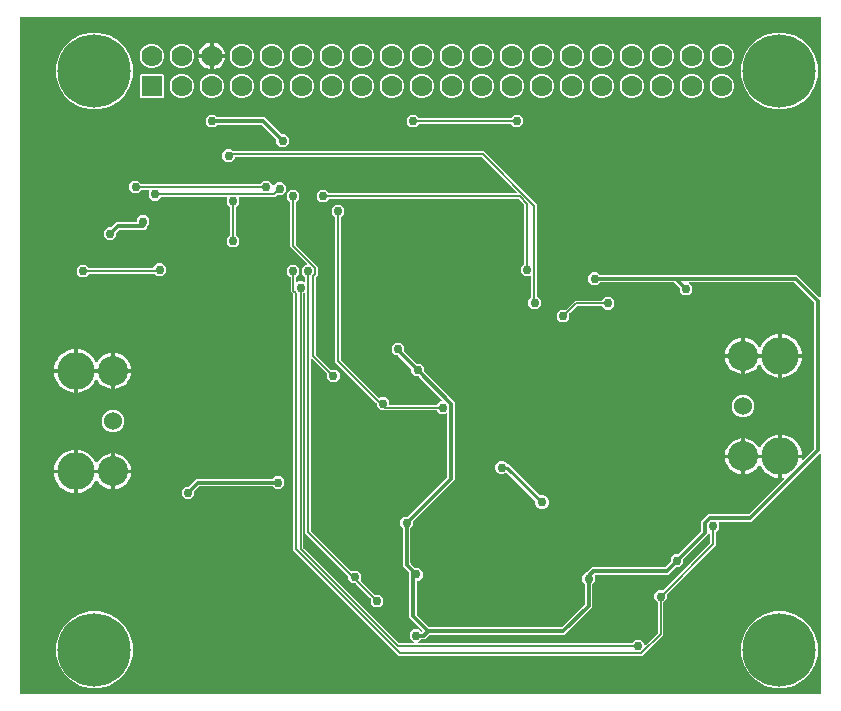
<source format=gbr>
G04 EAGLE Gerber RS-274X export*
G75*
%MOMM*%
%FSLAX34Y34*%
%LPD*%
%INBottom Copper*%
%IPPOS*%
%AMOC8*
5,1,8,0,0,1.08239X$1,22.5*%
G01*
%ADD10R,1.778000X1.778000*%
%ADD11C,1.778000*%
%ADD12C,6.200000*%
%ADD13C,1.524000*%
%ADD14C,2.540000*%
%ADD15C,3.175000*%
%ADD16C,0.656400*%
%ADD17C,0.756400*%
%ADD18C,0.304800*%
%ADD19C,0.152400*%
%ADD20C,0.254000*%

G36*
X687398Y10164D02*
X687398Y10164D01*
X687417Y10162D01*
X687519Y10184D01*
X687621Y10200D01*
X687638Y10210D01*
X687658Y10214D01*
X687747Y10267D01*
X687838Y10316D01*
X687852Y10330D01*
X687869Y10340D01*
X687936Y10419D01*
X688008Y10494D01*
X688016Y10512D01*
X688029Y10527D01*
X688068Y10623D01*
X688111Y10717D01*
X688113Y10737D01*
X688121Y10755D01*
X688139Y10922D01*
X688139Y212888D01*
X688128Y212958D01*
X688126Y213030D01*
X688108Y213079D01*
X688100Y213130D01*
X688066Y213194D01*
X688041Y213261D01*
X688009Y213302D01*
X687984Y213348D01*
X687932Y213397D01*
X687888Y213453D01*
X687844Y213481D01*
X687806Y213517D01*
X687741Y213547D01*
X687681Y213586D01*
X687630Y213599D01*
X687583Y213621D01*
X687512Y213629D01*
X687442Y213646D01*
X687390Y213642D01*
X687339Y213648D01*
X687268Y213633D01*
X687197Y213627D01*
X687149Y213607D01*
X687098Y213596D01*
X687037Y213559D01*
X686971Y213531D01*
X686915Y213486D01*
X686887Y213469D01*
X686872Y213452D01*
X686840Y213426D01*
X631604Y158190D01*
X629595Y156181D01*
X602461Y156181D01*
X602391Y156170D01*
X602319Y156168D01*
X602270Y156150D01*
X602219Y156142D01*
X602155Y156108D01*
X602088Y156083D01*
X602047Y156051D01*
X602001Y156026D01*
X601952Y155974D01*
X601896Y155930D01*
X601868Y155886D01*
X601832Y155848D01*
X601802Y155783D01*
X601763Y155723D01*
X601750Y155672D01*
X601728Y155625D01*
X601720Y155554D01*
X601703Y155484D01*
X601707Y155432D01*
X601701Y155381D01*
X601716Y155310D01*
X601722Y155239D01*
X601742Y155191D01*
X601753Y155140D01*
X601790Y155079D01*
X601818Y155013D01*
X601863Y154957D01*
X601880Y154929D01*
X601897Y154914D01*
X601923Y154882D01*
X602207Y154598D01*
X602207Y150202D01*
X599410Y147405D01*
X599357Y147331D01*
X599297Y147261D01*
X599285Y147231D01*
X599266Y147205D01*
X599239Y147118D01*
X599205Y147033D01*
X599201Y146992D01*
X599194Y146970D01*
X599195Y146938D01*
X599187Y146867D01*
X599187Y136213D01*
X597624Y134650D01*
X557980Y95006D01*
X557927Y94932D01*
X557867Y94862D01*
X557855Y94832D01*
X557836Y94806D01*
X557809Y94719D01*
X557775Y94634D01*
X557771Y94593D01*
X557764Y94571D01*
X557765Y94539D01*
X557757Y94468D01*
X557757Y90512D01*
X554960Y87715D01*
X554907Y87641D01*
X554847Y87571D01*
X554835Y87541D01*
X554816Y87515D01*
X554789Y87428D01*
X554755Y87343D01*
X554751Y87302D01*
X554744Y87280D01*
X554745Y87248D01*
X554737Y87177D01*
X554737Y60321D01*
X536861Y42445D01*
X331010Y42445D01*
X241553Y131902D01*
X241553Y348296D01*
X241539Y348386D01*
X241531Y348477D01*
X241519Y348507D01*
X241514Y348539D01*
X241471Y348619D01*
X241435Y348703D01*
X241409Y348736D01*
X241398Y348756D01*
X241375Y348778D01*
X241330Y348834D01*
X240858Y349307D01*
X239295Y350869D01*
X239295Y362485D01*
X239281Y362575D01*
X239273Y362666D01*
X239261Y362695D01*
X239256Y362727D01*
X239213Y362808D01*
X239177Y362892D01*
X239151Y362924D01*
X239140Y362945D01*
X239117Y362967D01*
X239072Y363023D01*
X235993Y366102D01*
X235993Y370498D01*
X239102Y373607D01*
X243498Y373607D01*
X246607Y370498D01*
X246607Y366102D01*
X244092Y363587D01*
X244039Y363513D01*
X243979Y363443D01*
X243967Y363413D01*
X243948Y363387D01*
X243921Y363300D01*
X243887Y363215D01*
X243883Y363174D01*
X243876Y363152D01*
X243877Y363120D01*
X243869Y363049D01*
X243869Y359891D01*
X243880Y359821D01*
X243882Y359749D01*
X243900Y359700D01*
X243908Y359649D01*
X243942Y359585D01*
X243967Y359518D01*
X243999Y359477D01*
X244024Y359431D01*
X244076Y359382D01*
X244120Y359326D01*
X244164Y359298D01*
X244202Y359262D01*
X244267Y359232D01*
X244327Y359193D01*
X244378Y359180D01*
X244425Y359158D01*
X244496Y359150D01*
X244566Y359133D01*
X244618Y359137D01*
X244669Y359131D01*
X244740Y359146D01*
X244811Y359152D01*
X244859Y359172D01*
X244910Y359183D01*
X244971Y359220D01*
X245037Y359248D01*
X245093Y359293D01*
X245121Y359310D01*
X245136Y359327D01*
X245168Y359353D01*
X245452Y359637D01*
X249848Y359637D01*
X250414Y359071D01*
X250472Y359029D01*
X250524Y358980D01*
X250571Y358958D01*
X250613Y358928D01*
X250682Y358906D01*
X250747Y358876D01*
X250799Y358871D01*
X250849Y358855D01*
X250920Y358857D01*
X250991Y358849D01*
X251042Y358860D01*
X251094Y358862D01*
X251162Y358886D01*
X251232Y358901D01*
X251277Y358928D01*
X251325Y358946D01*
X251381Y358991D01*
X251443Y359028D01*
X251477Y359067D01*
X251517Y359100D01*
X251556Y359160D01*
X251603Y359215D01*
X251622Y359263D01*
X251650Y359307D01*
X251668Y359376D01*
X251695Y359443D01*
X251703Y359514D01*
X251711Y359545D01*
X251709Y359568D01*
X251713Y359609D01*
X251713Y362767D01*
X251699Y362857D01*
X251691Y362948D01*
X251679Y362977D01*
X251674Y363009D01*
X251631Y363090D01*
X251595Y363174D01*
X251569Y363206D01*
X251558Y363227D01*
X251535Y363249D01*
X251490Y363305D01*
X248693Y366102D01*
X248693Y370498D01*
X251802Y373607D01*
X252203Y373607D01*
X252274Y373618D01*
X252345Y373620D01*
X252394Y373638D01*
X252446Y373646D01*
X252509Y373680D01*
X252576Y373705D01*
X252617Y373737D01*
X252663Y373762D01*
X252713Y373814D01*
X252769Y373858D01*
X252797Y373902D01*
X252833Y373940D01*
X252863Y374005D01*
X252902Y374065D01*
X252914Y374116D01*
X252936Y374163D01*
X252944Y374234D01*
X252962Y374304D01*
X252958Y374356D01*
X252963Y374407D01*
X252948Y374478D01*
X252942Y374549D01*
X252922Y374597D01*
X252911Y374648D01*
X252874Y374709D01*
X252846Y374775D01*
X252801Y374831D01*
X252785Y374859D01*
X252767Y374874D01*
X252741Y374906D01*
X239013Y388634D01*
X239013Y426267D01*
X238999Y426357D01*
X238991Y426448D01*
X238979Y426477D01*
X238974Y426509D01*
X238931Y426590D01*
X238895Y426674D01*
X238869Y426706D01*
X238858Y426727D01*
X238835Y426749D01*
X238790Y426805D01*
X235993Y429602D01*
X235993Y433998D01*
X239102Y437107D01*
X243498Y437107D01*
X246607Y433998D01*
X246607Y429602D01*
X243810Y426805D01*
X243757Y426731D01*
X243697Y426661D01*
X243685Y426631D01*
X243666Y426605D01*
X243639Y426518D01*
X243605Y426433D01*
X243601Y426392D01*
X243594Y426370D01*
X243595Y426338D01*
X243587Y426267D01*
X243587Y390844D01*
X243601Y390754D01*
X243609Y390663D01*
X243621Y390633D01*
X243626Y390601D01*
X243669Y390521D01*
X243705Y390437D01*
X243731Y390405D01*
X243742Y390384D01*
X243765Y390362D01*
X243810Y390306D01*
X260792Y373323D01*
X262355Y371761D01*
X262355Y364839D01*
X260842Y363326D01*
X260789Y363252D01*
X260729Y363183D01*
X260717Y363153D01*
X260698Y363127D01*
X260671Y363040D01*
X260637Y362955D01*
X260633Y362914D01*
X260626Y362891D01*
X260627Y362859D01*
X260619Y362788D01*
X260619Y297695D01*
X260633Y297604D01*
X260641Y297514D01*
X260653Y297484D01*
X260658Y297452D01*
X260701Y297371D01*
X260737Y297287D01*
X260763Y297255D01*
X260774Y297234D01*
X260797Y297212D01*
X260842Y297156D01*
X273068Y284930D01*
X273142Y284877D01*
X273212Y284817D01*
X273242Y284805D01*
X273268Y284786D01*
X273355Y284759D01*
X273440Y284725D01*
X273481Y284721D01*
X273503Y284714D01*
X273535Y284715D01*
X273607Y284707D01*
X277562Y284707D01*
X280671Y281598D01*
X280671Y277202D01*
X277562Y274093D01*
X273166Y274093D01*
X270057Y277202D01*
X270057Y281157D01*
X270043Y281248D01*
X270035Y281338D01*
X270023Y281368D01*
X270018Y281400D01*
X269997Y281438D01*
X269996Y281446D01*
X269976Y281478D01*
X269975Y281481D01*
X269939Y281565D01*
X269913Y281597D01*
X269902Y281618D01*
X269880Y281639D01*
X269870Y281657D01*
X269857Y281667D01*
X269834Y281696D01*
X257608Y293922D01*
X257587Y293943D01*
X257528Y293986D01*
X257476Y294035D01*
X257429Y294057D01*
X257387Y294087D01*
X257318Y294108D01*
X257253Y294139D01*
X257202Y294144D01*
X257152Y294160D01*
X257080Y294158D01*
X257009Y294166D01*
X256958Y294155D01*
X256906Y294153D01*
X256839Y294129D01*
X256768Y294114D01*
X256724Y294087D01*
X256675Y294069D01*
X256619Y294024D01*
X256557Y293987D01*
X256523Y293948D01*
X256483Y293916D01*
X256444Y293855D01*
X256397Y293800D01*
X256378Y293752D01*
X256350Y293709D01*
X256332Y293639D01*
X256305Y293572D01*
X256297Y293502D01*
X256289Y293470D01*
X256291Y293447D01*
X256287Y293406D01*
X256287Y148583D01*
X256301Y148492D01*
X256309Y148402D01*
X256321Y148372D01*
X256326Y148340D01*
X256369Y148259D01*
X256405Y148175D01*
X256431Y148143D01*
X256442Y148122D01*
X256465Y148100D01*
X256510Y148044D01*
X290061Y114493D01*
X290077Y114481D01*
X290090Y114465D01*
X290177Y114409D01*
X290261Y114349D01*
X290280Y114343D01*
X290297Y114332D01*
X290397Y114307D01*
X290496Y114277D01*
X290516Y114277D01*
X290535Y114272D01*
X290638Y114280D01*
X290742Y114283D01*
X290761Y114290D01*
X290781Y114292D01*
X290876Y114332D01*
X290973Y114368D01*
X290989Y114380D01*
X291007Y114388D01*
X291138Y114493D01*
X291172Y114527D01*
X295568Y114527D01*
X298677Y111418D01*
X298677Y107022D01*
X298643Y106988D01*
X298631Y106972D01*
X298615Y106959D01*
X298559Y106872D01*
X298499Y106788D01*
X298493Y106769D01*
X298482Y106752D01*
X298457Y106652D01*
X298427Y106553D01*
X298427Y106533D01*
X298422Y106514D01*
X298430Y106411D01*
X298433Y106307D01*
X298440Y106288D01*
X298442Y106269D01*
X298482Y106174D01*
X298518Y106076D01*
X298530Y106060D01*
X298538Y106042D01*
X298643Y105911D01*
X310124Y94430D01*
X310198Y94377D01*
X310268Y94317D01*
X310298Y94305D01*
X310324Y94286D01*
X310411Y94259D01*
X310496Y94225D01*
X310537Y94221D01*
X310559Y94214D01*
X310591Y94215D01*
X310663Y94207D01*
X314618Y94207D01*
X317727Y91098D01*
X317727Y86702D01*
X314618Y83593D01*
X310222Y83593D01*
X307113Y86702D01*
X307113Y90657D01*
X307099Y90748D01*
X307091Y90838D01*
X307079Y90868D01*
X307074Y90900D01*
X307031Y90981D01*
X306995Y91065D01*
X306969Y91097D01*
X306958Y91118D01*
X306935Y91140D01*
X306890Y91196D01*
X294396Y103690D01*
X294322Y103743D01*
X294252Y103803D01*
X294222Y103815D01*
X294196Y103834D01*
X294109Y103861D01*
X294024Y103895D01*
X293983Y103899D01*
X293961Y103906D01*
X293929Y103905D01*
X293857Y103913D01*
X291172Y103913D01*
X288063Y107022D01*
X288063Y109707D01*
X288049Y109798D01*
X288041Y109888D01*
X288029Y109918D01*
X288024Y109950D01*
X287981Y110031D01*
X287945Y110115D01*
X287919Y110147D01*
X287908Y110168D01*
X287885Y110190D01*
X287840Y110246D01*
X251713Y146373D01*
X251713Y349051D01*
X251702Y349121D01*
X251700Y349193D01*
X251682Y349242D01*
X251674Y349293D01*
X251640Y349357D01*
X251615Y349424D01*
X251583Y349465D01*
X251558Y349511D01*
X251507Y349560D01*
X251462Y349616D01*
X251418Y349644D01*
X251380Y349680D01*
X251315Y349710D01*
X251255Y349749D01*
X251204Y349762D01*
X251157Y349784D01*
X251086Y349792D01*
X251016Y349809D01*
X250964Y349805D01*
X250913Y349811D01*
X250842Y349796D01*
X250771Y349790D01*
X250723Y349770D01*
X250672Y349759D01*
X250611Y349722D01*
X250545Y349694D01*
X250489Y349649D01*
X250461Y349632D01*
X250446Y349615D01*
X250414Y349589D01*
X250160Y349335D01*
X250107Y349261D01*
X250047Y349191D01*
X250035Y349161D01*
X250016Y349135D01*
X249989Y349048D01*
X249955Y348963D01*
X249951Y348922D01*
X249944Y348900D01*
X249945Y348868D01*
X249937Y348797D01*
X249937Y134613D01*
X249951Y134522D01*
X249959Y134432D01*
X249971Y134402D01*
X249976Y134370D01*
X250019Y134289D01*
X250055Y134205D01*
X250081Y134173D01*
X250092Y134152D01*
X250115Y134130D01*
X250160Y134074D01*
X330924Y53310D01*
X330998Y53257D01*
X331068Y53197D01*
X331098Y53185D01*
X331124Y53166D01*
X331211Y53139D01*
X331296Y53105D01*
X331337Y53101D01*
X331359Y53094D01*
X331391Y53095D01*
X331463Y53087D01*
X342701Y53087D01*
X342771Y53098D01*
X342843Y53100D01*
X342892Y53118D01*
X342943Y53126D01*
X343007Y53160D01*
X343074Y53185D01*
X343115Y53217D01*
X343161Y53242D01*
X343210Y53294D01*
X343266Y53338D01*
X343294Y53382D01*
X343330Y53420D01*
X343360Y53485D01*
X343399Y53545D01*
X343412Y53596D01*
X343434Y53643D01*
X343442Y53714D01*
X343459Y53784D01*
X343455Y53836D01*
X343461Y53887D01*
X343446Y53958D01*
X343440Y54029D01*
X343420Y54077D01*
X343409Y54128D01*
X343372Y54189D01*
X343344Y54255D01*
X343299Y54311D01*
X343282Y54339D01*
X343265Y54354D01*
X343239Y54386D01*
X340133Y57492D01*
X340133Y61888D01*
X343242Y64997D01*
X347638Y64997D01*
X349673Y62962D01*
X349747Y62909D01*
X349817Y62849D01*
X349847Y62837D01*
X349873Y62818D01*
X349960Y62791D01*
X350045Y62757D01*
X350086Y62753D01*
X350108Y62746D01*
X350140Y62747D01*
X350211Y62739D01*
X350212Y62739D01*
X350283Y62750D01*
X350354Y62752D01*
X350403Y62770D01*
X350455Y62778D01*
X350518Y62812D01*
X350585Y62837D01*
X350626Y62869D01*
X350672Y62894D01*
X350721Y62945D01*
X350777Y62990D01*
X350806Y63034D01*
X350841Y63072D01*
X350872Y63137D01*
X350910Y63197D01*
X350923Y63248D01*
X350945Y63295D01*
X350953Y63366D01*
X350970Y63436D01*
X350966Y63488D01*
X350972Y63539D01*
X350957Y63610D01*
X350951Y63681D01*
X350931Y63729D01*
X350920Y63780D01*
X350883Y63841D01*
X350855Y63907D01*
X350810Y63963D01*
X350794Y63991D01*
X350776Y64006D01*
X350750Y64038D01*
X339851Y74937D01*
X339851Y112722D01*
X339837Y112812D01*
X339829Y112903D01*
X339817Y112933D01*
X339812Y112965D01*
X339769Y113045D01*
X339733Y113129D01*
X339707Y113161D01*
X339696Y113182D01*
X339673Y113204D01*
X339628Y113260D01*
X334541Y118347D01*
X334541Y150319D01*
X334527Y150409D01*
X334519Y150500D01*
X334507Y150529D01*
X334502Y150561D01*
X334459Y150642D01*
X334423Y150726D01*
X334397Y150758D01*
X334386Y150779D01*
X334363Y150801D01*
X334318Y150857D01*
X332283Y152892D01*
X332283Y157288D01*
X335392Y160397D01*
X338270Y160397D01*
X338360Y160411D01*
X338451Y160419D01*
X338481Y160431D01*
X338513Y160436D01*
X338593Y160479D01*
X338677Y160515D01*
X338709Y160541D01*
X338730Y160552D01*
X338752Y160575D01*
X338808Y160620D01*
X371858Y193670D01*
X371911Y193744D01*
X371971Y193813D01*
X371983Y193843D01*
X372002Y193870D01*
X372029Y193957D01*
X372063Y194041D01*
X372067Y194082D01*
X372074Y194105D01*
X372073Y194137D01*
X372081Y194208D01*
X372081Y247169D01*
X372070Y247239D01*
X372068Y247311D01*
X372050Y247360D01*
X372042Y247411D01*
X372008Y247475D01*
X371983Y247542D01*
X371951Y247583D01*
X371926Y247629D01*
X371874Y247678D01*
X371830Y247734D01*
X371786Y247762D01*
X371748Y247798D01*
X371683Y247828D01*
X371623Y247867D01*
X371572Y247880D01*
X371525Y247902D01*
X371454Y247910D01*
X371384Y247927D01*
X371332Y247923D01*
X371281Y247929D01*
X371210Y247914D01*
X371139Y247908D01*
X371091Y247888D01*
X371040Y247877D01*
X370979Y247840D01*
X370913Y247812D01*
X370857Y247767D01*
X370829Y247750D01*
X370814Y247733D01*
X370782Y247707D01*
X370498Y247423D01*
X366102Y247423D01*
X363305Y250220D01*
X363231Y250273D01*
X363161Y250333D01*
X363131Y250345D01*
X363105Y250364D01*
X363018Y250391D01*
X362933Y250425D01*
X362892Y250429D01*
X362870Y250436D01*
X362838Y250435D01*
X362767Y250443D01*
X317823Y250443D01*
X317792Y250474D01*
X317718Y250527D01*
X317648Y250587D01*
X317618Y250599D01*
X317592Y250618D01*
X317505Y250645D01*
X317420Y250679D01*
X317379Y250683D01*
X317357Y250690D01*
X317325Y250689D01*
X317253Y250697D01*
X315302Y250697D01*
X312193Y253806D01*
X312193Y255757D01*
X312179Y255848D01*
X312171Y255938D01*
X312159Y255968D01*
X312154Y256000D01*
X312111Y256081D01*
X312075Y256165D01*
X312049Y256197D01*
X312038Y256218D01*
X312015Y256240D01*
X311970Y256296D01*
X277113Y291153D01*
X277113Y413567D01*
X277099Y413657D01*
X277091Y413748D01*
X277079Y413777D01*
X277074Y413809D01*
X277031Y413890D01*
X276995Y413974D01*
X276969Y414006D01*
X276958Y414027D01*
X276935Y414049D01*
X276890Y414105D01*
X274093Y416902D01*
X274093Y421298D01*
X277202Y424407D01*
X281598Y424407D01*
X284707Y421298D01*
X284707Y416902D01*
X281910Y414105D01*
X281857Y414031D01*
X281797Y413961D01*
X281785Y413931D01*
X281766Y413905D01*
X281739Y413818D01*
X281705Y413733D01*
X281701Y413692D01*
X281694Y413670D01*
X281695Y413638D01*
X281687Y413567D01*
X281687Y293363D01*
X281701Y293272D01*
X281709Y293182D01*
X281721Y293152D01*
X281726Y293120D01*
X281769Y293039D01*
X281805Y292955D01*
X281831Y292923D01*
X281842Y292902D01*
X281865Y292880D01*
X281876Y292866D01*
X281883Y292855D01*
X281890Y292849D01*
X281910Y292824D01*
X313824Y260910D01*
X313840Y260898D01*
X313853Y260882D01*
X313940Y260826D01*
X314024Y260766D01*
X314043Y260760D01*
X314060Y260749D01*
X314160Y260724D01*
X314259Y260694D01*
X314279Y260694D01*
X314298Y260689D01*
X314401Y260697D01*
X314505Y260700D01*
X314524Y260707D01*
X314544Y260709D01*
X314639Y260749D01*
X314736Y260785D01*
X314752Y260797D01*
X314770Y260805D01*
X314901Y260910D01*
X315302Y261311D01*
X319698Y261311D01*
X322807Y258202D01*
X322807Y255778D01*
X322810Y255758D01*
X322808Y255739D01*
X322830Y255637D01*
X322846Y255535D01*
X322856Y255518D01*
X322860Y255498D01*
X322913Y255409D01*
X322962Y255318D01*
X322976Y255304D01*
X322986Y255287D01*
X323065Y255220D01*
X323140Y255148D01*
X323158Y255140D01*
X323173Y255127D01*
X323269Y255088D01*
X323363Y255045D01*
X323383Y255043D01*
X323401Y255035D01*
X323568Y255017D01*
X362767Y255017D01*
X362857Y255031D01*
X362948Y255039D01*
X362977Y255051D01*
X363009Y255056D01*
X363090Y255099D01*
X363174Y255135D01*
X363206Y255161D01*
X363227Y255172D01*
X363249Y255195D01*
X363305Y255240D01*
X366102Y258037D01*
X367082Y258037D01*
X367153Y258048D01*
X367224Y258050D01*
X367273Y258068D01*
X367325Y258076D01*
X367388Y258110D01*
X367455Y258135D01*
X367496Y258167D01*
X367542Y258192D01*
X367591Y258244D01*
X367647Y258288D01*
X367676Y258332D01*
X367711Y258370D01*
X367742Y258435D01*
X367780Y258495D01*
X367793Y258546D01*
X367815Y258593D01*
X367823Y258664D01*
X367840Y258734D01*
X367836Y258786D01*
X367842Y258837D01*
X367827Y258908D01*
X367821Y258979D01*
X367801Y259027D01*
X367790Y259078D01*
X367753Y259139D01*
X367725Y259205D01*
X367680Y259261D01*
X367664Y259289D01*
X367646Y259304D01*
X367620Y259336D01*
X347928Y279028D01*
X347854Y279081D01*
X347785Y279141D01*
X347755Y279153D01*
X347728Y279172D01*
X347641Y279199D01*
X347557Y279233D01*
X347516Y279237D01*
X347493Y279244D01*
X347461Y279243D01*
X347390Y279251D01*
X344512Y279251D01*
X341403Y282360D01*
X341403Y285238D01*
X341389Y285328D01*
X341381Y285419D01*
X341369Y285449D01*
X341364Y285481D01*
X341321Y285561D01*
X341285Y285645D01*
X341259Y285677D01*
X341248Y285698D01*
X341225Y285720D01*
X341180Y285776D01*
X330226Y296730D01*
X330152Y296783D01*
X330083Y296843D01*
X330053Y296855D01*
X330026Y296874D01*
X329939Y296901D01*
X329855Y296935D01*
X329814Y296939D01*
X329791Y296946D01*
X329759Y296945D01*
X329688Y296953D01*
X328002Y296953D01*
X324893Y300062D01*
X324893Y304458D01*
X328002Y307567D01*
X332398Y307567D01*
X335507Y304458D01*
X335507Y300388D01*
X335521Y300298D01*
X335529Y300207D01*
X335541Y300177D01*
X335546Y300145D01*
X335589Y300065D01*
X335625Y299981D01*
X335651Y299949D01*
X335662Y299928D01*
X335685Y299906D01*
X335730Y299850D01*
X345492Y290088D01*
X345566Y290035D01*
X345635Y289975D01*
X345665Y289963D01*
X345692Y289944D01*
X345779Y289917D01*
X345863Y289883D01*
X345904Y289879D01*
X345927Y289872D01*
X345959Y289873D01*
X346030Y289865D01*
X348908Y289865D01*
X352017Y286756D01*
X352017Y283878D01*
X352031Y283788D01*
X352039Y283697D01*
X352051Y283667D01*
X352056Y283635D01*
X352099Y283555D01*
X352135Y283471D01*
X352161Y283439D01*
X352172Y283418D01*
X352195Y283396D01*
X352240Y283340D01*
X378179Y257401D01*
X378179Y191367D01*
X343120Y156308D01*
X343067Y156234D01*
X343007Y156165D01*
X342995Y156135D01*
X342976Y156108D01*
X342949Y156021D01*
X342915Y155937D01*
X342911Y155896D01*
X342904Y155873D01*
X342905Y155841D01*
X342897Y155770D01*
X342897Y152892D01*
X340862Y150857D01*
X340809Y150783D01*
X340749Y150713D01*
X340737Y150683D01*
X340718Y150657D01*
X340691Y150570D01*
X340657Y150485D01*
X340653Y150444D01*
X340646Y150422D01*
X340647Y150390D01*
X340639Y150319D01*
X340639Y121188D01*
X340653Y121098D01*
X340661Y121007D01*
X340673Y120977D01*
X340678Y120945D01*
X340721Y120865D01*
X340757Y120781D01*
X340783Y120749D01*
X340794Y120728D01*
X340817Y120706D01*
X340862Y120650D01*
X344546Y116965D01*
X344620Y116912D01*
X344690Y116853D01*
X344720Y116841D01*
X344746Y116822D01*
X344833Y116795D01*
X344918Y116761D01*
X344959Y116756D01*
X344981Y116749D01*
X345013Y116750D01*
X345085Y116742D01*
X347963Y116742D01*
X351071Y113634D01*
X351071Y109237D01*
X347963Y106129D01*
X346710Y106129D01*
X346690Y106126D01*
X346671Y106128D01*
X346569Y106106D01*
X346467Y106089D01*
X346450Y106080D01*
X346430Y106076D01*
X346341Y106022D01*
X346250Y105974D01*
X346236Y105960D01*
X346219Y105949D01*
X346152Y105871D01*
X346080Y105796D01*
X346072Y105778D01*
X346059Y105762D01*
X346020Y105666D01*
X345977Y105573D01*
X345975Y105553D01*
X345967Y105534D01*
X345949Y105368D01*
X345949Y77778D01*
X345963Y77688D01*
X345971Y77597D01*
X345983Y77567D01*
X345988Y77535D01*
X346031Y77455D01*
X346067Y77371D01*
X346093Y77339D01*
X346104Y77318D01*
X346127Y77296D01*
X346172Y77240D01*
X356640Y66772D01*
X356714Y66719D01*
X356783Y66659D01*
X356813Y66647D01*
X356840Y66628D01*
X356927Y66601D01*
X357011Y66567D01*
X357052Y66563D01*
X357075Y66556D01*
X357107Y66557D01*
X357178Y66549D01*
X468322Y66549D01*
X468412Y66563D01*
X468503Y66571D01*
X468533Y66583D01*
X468565Y66588D01*
X468645Y66631D01*
X468729Y66667D01*
X468761Y66693D01*
X468782Y66704D01*
X468804Y66727D01*
X468860Y66772D01*
X488218Y86130D01*
X488271Y86204D01*
X488331Y86273D01*
X488343Y86303D01*
X488362Y86330D01*
X488389Y86417D01*
X488423Y86501D01*
X488427Y86542D01*
X488434Y86565D01*
X488433Y86597D01*
X488441Y86668D01*
X488441Y103179D01*
X488427Y103269D01*
X488419Y103360D01*
X488407Y103389D01*
X488402Y103421D01*
X488359Y103502D01*
X488323Y103586D01*
X488297Y103618D01*
X488286Y103639D01*
X488263Y103661D01*
X488218Y103717D01*
X486183Y105752D01*
X486183Y110148D01*
X489292Y113257D01*
X489630Y113257D01*
X489720Y113271D01*
X489811Y113279D01*
X489841Y113291D01*
X489873Y113296D01*
X489953Y113339D01*
X490037Y113375D01*
X490069Y113401D01*
X490090Y113412D01*
X490112Y113435D01*
X490168Y113480D01*
X494037Y117349D01*
X555952Y117349D01*
X556042Y117363D01*
X556133Y117371D01*
X556163Y117383D01*
X556195Y117388D01*
X556275Y117431D01*
X556359Y117467D01*
X556391Y117493D01*
X556412Y117504D01*
X556434Y117527D01*
X556490Y117572D01*
X560890Y121972D01*
X560943Y122046D01*
X561003Y122115D01*
X561015Y122145D01*
X561034Y122172D01*
X561061Y122259D01*
X561095Y122343D01*
X561099Y122384D01*
X561106Y122407D01*
X561105Y122439D01*
X561113Y122510D01*
X561113Y125388D01*
X564222Y128497D01*
X567100Y128497D01*
X567190Y128511D01*
X567281Y128519D01*
X567311Y128531D01*
X567343Y128536D01*
X567423Y128579D01*
X567507Y128615D01*
X567539Y128641D01*
X567560Y128652D01*
X567582Y128675D01*
X567638Y128720D01*
X586798Y147880D01*
X586851Y147954D01*
X586911Y148023D01*
X586923Y148053D01*
X586942Y148080D01*
X586969Y148167D01*
X587003Y148251D01*
X587007Y148292D01*
X587014Y148315D01*
X587013Y148347D01*
X587021Y148418D01*
X587021Y156492D01*
X592808Y162279D01*
X626754Y162279D01*
X626844Y162293D01*
X626935Y162301D01*
X626965Y162313D01*
X626997Y162318D01*
X627077Y162361D01*
X627161Y162397D01*
X627193Y162423D01*
X627214Y162434D01*
X627236Y162457D01*
X627292Y162502D01*
X656673Y191882D01*
X656741Y191978D01*
X656814Y192078D01*
X656815Y192080D01*
X656816Y192082D01*
X656851Y192195D01*
X656888Y192313D01*
X656888Y192315D01*
X656889Y192317D01*
X656886Y192434D01*
X656883Y192559D01*
X656882Y192561D01*
X656882Y192563D01*
X656840Y192678D01*
X656800Y192790D01*
X656799Y192792D01*
X656798Y192794D01*
X656722Y192889D01*
X656647Y192983D01*
X656645Y192984D01*
X656644Y192986D01*
X656542Y193052D01*
X656441Y193117D01*
X656439Y193118D01*
X656437Y193119D01*
X656321Y193148D01*
X656203Y193179D01*
X656200Y193179D01*
X656199Y193179D01*
X656191Y193178D01*
X656035Y193175D01*
X655319Y193081D01*
X655319Y209932D01*
X672170Y209932D01*
X672076Y209216D01*
X672080Y209094D01*
X672083Y208974D01*
X672083Y208972D01*
X672084Y208970D01*
X672126Y208857D01*
X672167Y208743D01*
X672169Y208741D01*
X672169Y208740D01*
X672246Y208645D01*
X672321Y208551D01*
X672323Y208550D01*
X672324Y208548D01*
X672426Y208483D01*
X672528Y208418D01*
X672530Y208418D01*
X672532Y208416D01*
X672650Y208387D01*
X672766Y208358D01*
X672768Y208358D01*
X672770Y208358D01*
X672894Y208368D01*
X673012Y208377D01*
X673013Y208378D01*
X673016Y208378D01*
X673131Y208428D01*
X673238Y208473D01*
X673240Y208475D01*
X673241Y208476D01*
X673248Y208481D01*
X673369Y208578D01*
X682528Y217738D01*
X682581Y217812D01*
X682641Y217881D01*
X682653Y217911D01*
X682672Y217937D01*
X682699Y218024D01*
X682733Y218109D01*
X682737Y218150D01*
X682744Y218173D01*
X682743Y218205D01*
X682751Y218276D01*
X682751Y341322D01*
X682749Y341335D01*
X682750Y341344D01*
X682740Y341392D01*
X682737Y341412D01*
X682729Y341503D01*
X682717Y341533D01*
X682712Y341565D01*
X682669Y341645D01*
X682633Y341729D01*
X682607Y341761D01*
X682596Y341782D01*
X682573Y341804D01*
X682528Y341860D01*
X665710Y358678D01*
X665636Y358731D01*
X665567Y358791D01*
X665537Y358803D01*
X665510Y358822D01*
X665423Y358849D01*
X665339Y358883D01*
X665298Y358887D01*
X665275Y358894D01*
X665243Y358893D01*
X665172Y358901D01*
X577541Y358901D01*
X577471Y358890D01*
X577399Y358888D01*
X577350Y358870D01*
X577299Y358862D01*
X577235Y358828D01*
X577168Y358803D01*
X577127Y358771D01*
X577081Y358746D01*
X577032Y358694D01*
X576976Y358650D01*
X576948Y358606D01*
X576912Y358568D01*
X576882Y358503D01*
X576843Y358443D01*
X576830Y358392D01*
X576808Y358345D01*
X576800Y358274D01*
X576783Y358204D01*
X576787Y358152D01*
X576781Y358101D01*
X576796Y358030D01*
X576802Y357959D01*
X576822Y357911D01*
X576833Y357860D01*
X576870Y357799D01*
X576898Y357733D01*
X576943Y357677D01*
X576960Y357649D01*
X576977Y357634D01*
X577003Y357602D01*
X579347Y355258D01*
X579347Y350862D01*
X576238Y347753D01*
X571842Y347753D01*
X568733Y350862D01*
X568733Y353740D01*
X568719Y353830D01*
X568711Y353921D01*
X568699Y353951D01*
X568694Y353983D01*
X568651Y354063D01*
X568615Y354147D01*
X568589Y354179D01*
X568578Y354200D01*
X568555Y354222D01*
X568510Y354278D01*
X564110Y358678D01*
X564036Y358731D01*
X563967Y358791D01*
X563937Y358803D01*
X563910Y358822D01*
X563823Y358849D01*
X563739Y358883D01*
X563698Y358887D01*
X563675Y358894D01*
X563643Y358893D01*
X563572Y358901D01*
X501341Y358901D01*
X501251Y358887D01*
X501160Y358879D01*
X501131Y358867D01*
X501099Y358862D01*
X501018Y358819D01*
X500934Y358783D01*
X500902Y358757D01*
X500881Y358746D01*
X500859Y358723D01*
X500803Y358678D01*
X498768Y356643D01*
X494372Y356643D01*
X491263Y359752D01*
X491263Y364148D01*
X494372Y367257D01*
X498768Y367257D01*
X500803Y365222D01*
X500877Y365169D01*
X500947Y365109D01*
X500977Y365097D01*
X501003Y365078D01*
X501090Y365051D01*
X501175Y365017D01*
X501216Y365013D01*
X501238Y365006D01*
X501270Y365007D01*
X501341Y364999D01*
X668013Y364999D01*
X686840Y346172D01*
X686898Y346130D01*
X686950Y346081D01*
X686997Y346059D01*
X687039Y346028D01*
X687108Y346007D01*
X687173Y345977D01*
X687225Y345971D01*
X687275Y345956D01*
X687346Y345958D01*
X687417Y345950D01*
X687468Y345961D01*
X687520Y345962D01*
X687588Y345987D01*
X687658Y346002D01*
X687703Y346029D01*
X687751Y346047D01*
X687807Y346092D01*
X687869Y346128D01*
X687903Y346168D01*
X687943Y346200D01*
X687982Y346261D01*
X688029Y346315D01*
X688048Y346364D01*
X688076Y346407D01*
X688094Y346477D01*
X688121Y346543D01*
X688129Y346615D01*
X688137Y346646D01*
X688135Y346669D01*
X688139Y346710D01*
X688139Y582678D01*
X688136Y582698D01*
X688138Y582717D01*
X688116Y582819D01*
X688100Y582921D01*
X688090Y582938D01*
X688086Y582958D01*
X688033Y583047D01*
X687984Y583138D01*
X687970Y583152D01*
X687960Y583169D01*
X687881Y583236D01*
X687806Y583308D01*
X687788Y583316D01*
X687773Y583329D01*
X687677Y583368D01*
X687583Y583411D01*
X687563Y583413D01*
X687545Y583421D01*
X687378Y583439D01*
X10922Y583439D01*
X10902Y583436D01*
X10883Y583438D01*
X10781Y583416D01*
X10679Y583400D01*
X10662Y583390D01*
X10642Y583386D01*
X10553Y583333D01*
X10462Y583284D01*
X10448Y583270D01*
X10431Y583260D01*
X10364Y583181D01*
X10292Y583106D01*
X10284Y583088D01*
X10271Y583073D01*
X10232Y582977D01*
X10189Y582883D01*
X10187Y582863D01*
X10179Y582845D01*
X10161Y582678D01*
X10161Y10922D01*
X10164Y10902D01*
X10162Y10883D01*
X10184Y10781D01*
X10200Y10679D01*
X10210Y10662D01*
X10214Y10642D01*
X10267Y10553D01*
X10316Y10462D01*
X10330Y10448D01*
X10340Y10431D01*
X10419Y10364D01*
X10494Y10292D01*
X10512Y10284D01*
X10527Y10271D01*
X10623Y10232D01*
X10717Y10189D01*
X10737Y10187D01*
X10755Y10179D01*
X10922Y10161D01*
X687378Y10161D01*
X687398Y10164D01*
G37*
G36*
X539578Y51852D02*
X539578Y51852D01*
X539649Y51858D01*
X539697Y51878D01*
X539748Y51889D01*
X539809Y51926D01*
X539875Y51954D01*
X539931Y51999D01*
X539959Y52015D01*
X539974Y52033D01*
X540006Y52059D01*
X549940Y61993D01*
X549993Y62067D01*
X550053Y62136D01*
X550065Y62166D01*
X550084Y62192D01*
X550111Y62279D01*
X550145Y62364D01*
X550149Y62405D01*
X550156Y62428D01*
X550155Y62460D01*
X550163Y62531D01*
X550163Y87177D01*
X550149Y87267D01*
X550141Y87358D01*
X550129Y87387D01*
X550124Y87419D01*
X550081Y87500D01*
X550045Y87584D01*
X550019Y87616D01*
X550008Y87637D01*
X549985Y87659D01*
X549940Y87715D01*
X547143Y90512D01*
X547143Y94908D01*
X550252Y98017D01*
X554208Y98017D01*
X554298Y98031D01*
X554389Y98039D01*
X554418Y98051D01*
X554450Y98056D01*
X554531Y98099D01*
X554615Y98135D01*
X554647Y98161D01*
X554668Y98172D01*
X554690Y98195D01*
X554746Y98240D01*
X594390Y137884D01*
X594443Y137958D01*
X594503Y138028D01*
X594515Y138058D01*
X594534Y138084D01*
X594561Y138171D01*
X594595Y138256D01*
X594599Y138297D01*
X594606Y138319D01*
X594605Y138351D01*
X594613Y138422D01*
X594613Y145234D01*
X594602Y145305D01*
X594600Y145376D01*
X594582Y145425D01*
X594574Y145477D01*
X594540Y145540D01*
X594515Y145607D01*
X594483Y145648D01*
X594458Y145694D01*
X594406Y145743D01*
X594362Y145799D01*
X594318Y145828D01*
X594280Y145863D01*
X594215Y145894D01*
X594155Y145932D01*
X594104Y145945D01*
X594057Y145967D01*
X593986Y145975D01*
X593916Y145992D01*
X593864Y145988D01*
X593813Y145994D01*
X593742Y145979D01*
X593671Y145973D01*
X593623Y145953D01*
X593572Y145942D01*
X593511Y145905D01*
X593445Y145877D01*
X593389Y145832D01*
X593361Y145816D01*
X593346Y145798D01*
X593314Y145772D01*
X591110Y143568D01*
X571950Y124408D01*
X571897Y124334D01*
X571837Y124265D01*
X571825Y124235D01*
X571806Y124208D01*
X571779Y124121D01*
X571745Y124037D01*
X571741Y123996D01*
X571734Y123973D01*
X571735Y123941D01*
X571727Y123870D01*
X571727Y120992D01*
X568618Y117883D01*
X565740Y117883D01*
X565650Y117869D01*
X565559Y117861D01*
X565529Y117849D01*
X565497Y117844D01*
X565417Y117801D01*
X565333Y117765D01*
X565301Y117739D01*
X565280Y117728D01*
X565258Y117705D01*
X565202Y117660D01*
X558793Y111251D01*
X497531Y111251D01*
X497460Y111240D01*
X497389Y111238D01*
X497340Y111220D01*
X497289Y111212D01*
X497225Y111178D01*
X497158Y111153D01*
X497117Y111121D01*
X497071Y111096D01*
X497022Y111044D01*
X496966Y110999D01*
X496938Y110956D01*
X496902Y110918D01*
X496872Y110853D01*
X496833Y110792D01*
X496820Y110742D01*
X496798Y110695D01*
X496790Y110623D01*
X496773Y110554D01*
X496777Y110502D01*
X496771Y110451D01*
X496786Y110380D01*
X496792Y110309D01*
X496797Y110298D01*
X496797Y105752D01*
X494762Y103717D01*
X494709Y103643D01*
X494649Y103573D01*
X494637Y103543D01*
X494618Y103517D01*
X494591Y103430D01*
X494557Y103345D01*
X494553Y103304D01*
X494546Y103282D01*
X494547Y103250D01*
X494539Y103179D01*
X494539Y83827D01*
X471163Y60451D01*
X357178Y60451D01*
X357088Y60437D01*
X356997Y60429D01*
X356967Y60417D01*
X356935Y60412D01*
X356855Y60369D01*
X356771Y60333D01*
X356739Y60307D01*
X356718Y60296D01*
X356696Y60273D01*
X356640Y60228D01*
X355062Y58650D01*
X353053Y56641D01*
X350211Y56641D01*
X350121Y56627D01*
X350030Y56619D01*
X350001Y56607D01*
X349969Y56602D01*
X349888Y56559D01*
X349804Y56523D01*
X349772Y56497D01*
X349751Y56486D01*
X349729Y56463D01*
X349673Y56418D01*
X347641Y54386D01*
X347599Y54328D01*
X347550Y54276D01*
X347528Y54229D01*
X347498Y54187D01*
X347476Y54118D01*
X347446Y54053D01*
X347441Y54001D01*
X347425Y53951D01*
X347427Y53880D01*
X347419Y53809D01*
X347430Y53758D01*
X347432Y53706D01*
X347456Y53638D01*
X347471Y53568D01*
X347498Y53523D01*
X347516Y53475D01*
X347561Y53419D01*
X347598Y53357D01*
X347637Y53323D01*
X347670Y53283D01*
X347730Y53244D01*
X347785Y53197D01*
X347833Y53178D01*
X347877Y53150D01*
X347946Y53132D01*
X348013Y53105D01*
X348084Y53097D01*
X348115Y53089D01*
X348138Y53091D01*
X348179Y53087D01*
X527867Y53087D01*
X527957Y53101D01*
X528048Y53109D01*
X528077Y53121D01*
X528109Y53126D01*
X528190Y53169D01*
X528274Y53205D01*
X528306Y53231D01*
X528327Y53242D01*
X528349Y53265D01*
X528405Y53310D01*
X531202Y56107D01*
X535598Y56107D01*
X538707Y52998D01*
X538707Y52597D01*
X538718Y52526D01*
X538720Y52455D01*
X538738Y52406D01*
X538746Y52354D01*
X538780Y52291D01*
X538805Y52224D01*
X538837Y52183D01*
X538862Y52137D01*
X538914Y52087D01*
X538958Y52031D01*
X539002Y52003D01*
X539040Y51967D01*
X539105Y51937D01*
X539165Y51898D01*
X539216Y51886D01*
X539263Y51864D01*
X539334Y51856D01*
X539404Y51838D01*
X539456Y51842D01*
X539507Y51837D01*
X539578Y51852D01*
G37*
%LPC*%
G36*
X68818Y505175D02*
X68818Y505175D01*
X60546Y507392D01*
X53129Y511674D01*
X47074Y517729D01*
X42792Y525146D01*
X40575Y533418D01*
X40575Y541982D01*
X42792Y550254D01*
X47074Y557671D01*
X53129Y563726D01*
X60546Y568008D01*
X68818Y570225D01*
X77382Y570225D01*
X85654Y568008D01*
X93071Y563726D01*
X99126Y557671D01*
X103408Y550254D01*
X105625Y541982D01*
X105625Y533418D01*
X103408Y525146D01*
X99126Y517729D01*
X93071Y511674D01*
X85654Y507392D01*
X77382Y505175D01*
X68818Y505175D01*
G37*
%LPD*%
%LPC*%
G36*
X648818Y15175D02*
X648818Y15175D01*
X640546Y17392D01*
X633129Y21674D01*
X627074Y27729D01*
X622792Y35146D01*
X620575Y43418D01*
X620575Y51982D01*
X622792Y60254D01*
X627074Y67671D01*
X633129Y73726D01*
X640546Y78008D01*
X648818Y80225D01*
X657382Y80225D01*
X665654Y78008D01*
X673071Y73726D01*
X679126Y67671D01*
X683408Y60254D01*
X685625Y51982D01*
X685625Y43418D01*
X683408Y35146D01*
X679126Y27729D01*
X673071Y21674D01*
X665654Y17392D01*
X657382Y15175D01*
X648818Y15175D01*
G37*
%LPD*%
%LPC*%
G36*
X68818Y15175D02*
X68818Y15175D01*
X60546Y17392D01*
X53129Y21674D01*
X47074Y27729D01*
X42792Y35146D01*
X40575Y43418D01*
X40575Y51982D01*
X42792Y60254D01*
X47074Y67671D01*
X53129Y73726D01*
X60546Y78008D01*
X68818Y80225D01*
X77382Y80225D01*
X85654Y78008D01*
X93071Y73726D01*
X99126Y67671D01*
X103408Y60254D01*
X105625Y51982D01*
X105625Y43418D01*
X103408Y35146D01*
X99126Y27729D01*
X93071Y21674D01*
X85654Y17392D01*
X77382Y15175D01*
X68818Y15175D01*
G37*
%LPD*%
%LPC*%
G36*
X648818Y505175D02*
X648818Y505175D01*
X640546Y507392D01*
X633129Y511674D01*
X627074Y517729D01*
X622792Y525146D01*
X620575Y533418D01*
X620575Y541982D01*
X622792Y550254D01*
X627074Y557671D01*
X633129Y563726D01*
X640546Y568008D01*
X648818Y570225D01*
X657382Y570225D01*
X665654Y568008D01*
X673071Y563726D01*
X679126Y557671D01*
X683408Y550254D01*
X685625Y541982D01*
X685625Y533418D01*
X683408Y525146D01*
X679126Y517729D01*
X673071Y511674D01*
X665654Y507392D01*
X657382Y505175D01*
X648818Y505175D01*
G37*
%LPD*%
%LPC*%
G36*
X443572Y336323D02*
X443572Y336323D01*
X440463Y339432D01*
X440463Y343828D01*
X442978Y346343D01*
X443031Y346417D01*
X443091Y346487D01*
X443103Y346517D01*
X443122Y346543D01*
X443149Y346630D01*
X443183Y346715D01*
X443187Y346756D01*
X443194Y346778D01*
X443193Y346810D01*
X443201Y346881D01*
X443201Y364009D01*
X443190Y364079D01*
X443188Y364151D01*
X443170Y364200D01*
X443162Y364251D01*
X443128Y364315D01*
X443103Y364382D01*
X443071Y364423D01*
X443046Y364469D01*
X442994Y364518D01*
X442950Y364574D01*
X442906Y364602D01*
X442868Y364638D01*
X442803Y364668D01*
X442743Y364707D01*
X442692Y364720D01*
X442645Y364742D01*
X442574Y364750D01*
X442504Y364767D01*
X442452Y364763D01*
X442401Y364769D01*
X442330Y364754D01*
X442259Y364748D01*
X442211Y364728D01*
X442160Y364717D01*
X442099Y364680D01*
X442033Y364652D01*
X441977Y364607D01*
X441949Y364590D01*
X441934Y364573D01*
X441902Y364547D01*
X441618Y364263D01*
X437222Y364263D01*
X434113Y367372D01*
X434113Y371768D01*
X436910Y374565D01*
X436963Y374639D01*
X437023Y374709D01*
X437035Y374739D01*
X437054Y374765D01*
X437081Y374852D01*
X437115Y374937D01*
X437119Y374978D01*
X437126Y375000D01*
X437125Y375032D01*
X437133Y375103D01*
X437133Y424187D01*
X437119Y424278D01*
X437111Y424368D01*
X437099Y424398D01*
X437094Y424430D01*
X437051Y424511D01*
X437015Y424595D01*
X436989Y424627D01*
X436978Y424648D01*
X436955Y424670D01*
X436910Y424726D01*
X432346Y429290D01*
X432272Y429343D01*
X432202Y429403D01*
X432172Y429415D01*
X432146Y429434D01*
X432059Y429461D01*
X431974Y429495D01*
X431933Y429499D01*
X431911Y429506D01*
X431879Y429505D01*
X431807Y429513D01*
X272233Y429513D01*
X272143Y429499D01*
X272052Y429491D01*
X272023Y429479D01*
X271991Y429474D01*
X271910Y429431D01*
X271826Y429395D01*
X271794Y429369D01*
X271773Y429358D01*
X271751Y429335D01*
X271695Y429290D01*
X268898Y426493D01*
X264502Y426493D01*
X261393Y429602D01*
X261393Y433998D01*
X264502Y437107D01*
X268898Y437107D01*
X271695Y434310D01*
X271769Y434257D01*
X271839Y434197D01*
X271869Y434185D01*
X271895Y434166D01*
X271982Y434139D01*
X272067Y434105D01*
X272108Y434101D01*
X272130Y434094D01*
X272162Y434095D01*
X272233Y434087D01*
X430022Y434087D01*
X430093Y434098D01*
X430165Y434100D01*
X430214Y434118D01*
X430265Y434126D01*
X430328Y434160D01*
X430396Y434185D01*
X430436Y434217D01*
X430482Y434242D01*
X430532Y434294D01*
X430588Y434338D01*
X430616Y434382D01*
X430652Y434420D01*
X430682Y434485D01*
X430721Y434545D01*
X430733Y434596D01*
X430755Y434643D01*
X430763Y434714D01*
X430781Y434784D01*
X430777Y434836D01*
X430782Y434887D01*
X430767Y434958D01*
X430762Y435029D01*
X430741Y435077D01*
X430730Y435128D01*
X430693Y435189D01*
X430665Y435255D01*
X430620Y435311D01*
X430604Y435339D01*
X430586Y435354D01*
X430560Y435386D01*
X401096Y464850D01*
X401022Y464903D01*
X400953Y464963D01*
X400923Y464975D01*
X400897Y464994D01*
X400810Y465021D01*
X400725Y465055D01*
X400684Y465059D01*
X400662Y465066D01*
X400629Y465065D01*
X400558Y465073D01*
X192758Y465073D01*
X192738Y465070D01*
X192719Y465072D01*
X192617Y465050D01*
X192515Y465034D01*
X192498Y465024D01*
X192478Y465020D01*
X192389Y464967D01*
X192298Y464918D01*
X192284Y464904D01*
X192267Y464894D01*
X192200Y464815D01*
X192128Y464740D01*
X192120Y464722D01*
X192107Y464707D01*
X192068Y464611D01*
X192025Y464517D01*
X192023Y464497D01*
X192015Y464479D01*
X191997Y464312D01*
X191997Y463892D01*
X188888Y460783D01*
X184492Y460783D01*
X181383Y463892D01*
X181383Y468288D01*
X184492Y471397D01*
X188888Y471397D01*
X190415Y469870D01*
X190489Y469817D01*
X190559Y469757D01*
X190589Y469745D01*
X190615Y469726D01*
X190702Y469699D01*
X190787Y469665D01*
X190828Y469661D01*
X190850Y469654D01*
X190882Y469655D01*
X190953Y469647D01*
X402768Y469647D01*
X447775Y424640D01*
X447775Y347445D01*
X447789Y347355D01*
X447797Y347264D01*
X447809Y347235D01*
X447814Y347203D01*
X447857Y347122D01*
X447893Y347038D01*
X447919Y347006D01*
X447930Y346985D01*
X447953Y346963D01*
X447998Y346907D01*
X451077Y343828D01*
X451077Y339432D01*
X447968Y336323D01*
X443572Y336323D01*
G37*
%LPD*%
%LPC*%
G36*
X188302Y388393D02*
X188302Y388393D01*
X185193Y391502D01*
X185193Y395898D01*
X187990Y398695D01*
X188043Y398769D01*
X188103Y398839D01*
X188115Y398869D01*
X188134Y398895D01*
X188161Y398982D01*
X188195Y399067D01*
X188199Y399108D01*
X188206Y399130D01*
X188205Y399162D01*
X188213Y399233D01*
X188213Y421751D01*
X188199Y421841D01*
X188191Y421932D01*
X188179Y421961D01*
X188174Y421993D01*
X188131Y422074D01*
X188095Y422158D01*
X188069Y422190D01*
X188058Y422211D01*
X188035Y422233D01*
X187990Y422289D01*
X185193Y425086D01*
X185193Y429482D01*
X185477Y429766D01*
X185519Y429824D01*
X185568Y429876D01*
X185590Y429923D01*
X185620Y429965D01*
X185642Y430034D01*
X185672Y430099D01*
X185677Y430151D01*
X185693Y430201D01*
X185691Y430272D01*
X185699Y430343D01*
X185688Y430394D01*
X185686Y430446D01*
X185662Y430514D01*
X185647Y430584D01*
X185620Y430629D01*
X185602Y430677D01*
X185557Y430733D01*
X185520Y430795D01*
X185481Y430829D01*
X185448Y430869D01*
X185388Y430908D01*
X185333Y430955D01*
X185285Y430974D01*
X185241Y431002D01*
X185172Y431020D01*
X185105Y431047D01*
X185034Y431055D01*
X185003Y431063D01*
X184980Y431061D01*
X184939Y431065D01*
X129993Y431065D01*
X129903Y431051D01*
X129812Y431043D01*
X129783Y431031D01*
X129751Y431026D01*
X129670Y430983D01*
X129586Y430947D01*
X129554Y430921D01*
X129533Y430910D01*
X129511Y430887D01*
X129455Y430842D01*
X126658Y428045D01*
X122262Y428045D01*
X119153Y431154D01*
X119153Y435550D01*
X119437Y435834D01*
X119479Y435892D01*
X119528Y435944D01*
X119550Y435991D01*
X119580Y436033D01*
X119602Y436102D01*
X119632Y436167D01*
X119637Y436219D01*
X119653Y436269D01*
X119651Y436340D01*
X119659Y436411D01*
X119648Y436462D01*
X119646Y436514D01*
X119622Y436582D01*
X119607Y436652D01*
X119580Y436697D01*
X119562Y436745D01*
X119517Y436801D01*
X119480Y436863D01*
X119441Y436897D01*
X119408Y436937D01*
X119348Y436976D01*
X119293Y437023D01*
X119245Y437042D01*
X119201Y437070D01*
X119132Y437088D01*
X119065Y437115D01*
X118994Y437123D01*
X118963Y437131D01*
X118940Y437129D01*
X118899Y437133D01*
X113483Y437133D01*
X113393Y437119D01*
X113302Y437111D01*
X113273Y437099D01*
X113241Y437094D01*
X113160Y437051D01*
X113076Y437015D01*
X113044Y436989D01*
X113023Y436978D01*
X113001Y436955D01*
X112945Y436910D01*
X110148Y434113D01*
X105752Y434113D01*
X102643Y437222D01*
X102643Y441618D01*
X105752Y444727D01*
X110148Y444727D01*
X112945Y441930D01*
X113019Y441877D01*
X113089Y441817D01*
X113119Y441805D01*
X113145Y441786D01*
X113232Y441759D01*
X113317Y441725D01*
X113358Y441721D01*
X113380Y441714D01*
X113412Y441715D01*
X113483Y441707D01*
X212907Y441707D01*
X212997Y441721D01*
X213088Y441729D01*
X213117Y441741D01*
X213149Y441746D01*
X213230Y441789D01*
X213314Y441825D01*
X213346Y441851D01*
X213367Y441862D01*
X213389Y441885D01*
X213445Y441930D01*
X216242Y444727D01*
X220638Y444727D01*
X223747Y441618D01*
X223747Y441369D01*
X223758Y441299D01*
X223760Y441227D01*
X223778Y441178D01*
X223786Y441127D01*
X223820Y441063D01*
X223845Y440996D01*
X223877Y440955D01*
X223902Y440909D01*
X223954Y440860D01*
X223998Y440804D01*
X224042Y440776D01*
X224080Y440740D01*
X224145Y440710D01*
X224205Y440671D01*
X224256Y440658D01*
X224303Y440636D01*
X224374Y440628D01*
X224444Y440611D01*
X224496Y440615D01*
X224547Y440609D01*
X224618Y440624D01*
X224689Y440630D01*
X224737Y440650D01*
X224788Y440661D01*
X224849Y440698D01*
X224915Y440726D01*
X224971Y440771D01*
X224999Y440788D01*
X225014Y440805D01*
X225046Y440831D01*
X227672Y443457D01*
X232068Y443457D01*
X235177Y440348D01*
X235177Y435952D01*
X232068Y432843D01*
X228113Y432843D01*
X228022Y432829D01*
X227932Y432821D01*
X227902Y432809D01*
X227870Y432804D01*
X227789Y432761D01*
X227705Y432725D01*
X227673Y432699D01*
X227652Y432688D01*
X227630Y432665D01*
X227574Y432620D01*
X226019Y431065D01*
X196061Y431065D01*
X195991Y431054D01*
X195919Y431052D01*
X195870Y431034D01*
X195819Y431026D01*
X195755Y430992D01*
X195688Y430967D01*
X195647Y430935D01*
X195601Y430910D01*
X195552Y430858D01*
X195496Y430814D01*
X195468Y430770D01*
X195432Y430732D01*
X195402Y430667D01*
X195363Y430607D01*
X195350Y430556D01*
X195328Y430509D01*
X195320Y430438D01*
X195303Y430368D01*
X195307Y430316D01*
X195301Y430265D01*
X195316Y430194D01*
X195322Y430123D01*
X195342Y430075D01*
X195353Y430024D01*
X195390Y429963D01*
X195418Y429897D01*
X195463Y429841D01*
X195480Y429813D01*
X195497Y429798D01*
X195523Y429766D01*
X195807Y429482D01*
X195807Y425086D01*
X193010Y422289D01*
X192957Y422215D01*
X192897Y422145D01*
X192885Y422115D01*
X192866Y422089D01*
X192839Y422002D01*
X192805Y421917D01*
X192801Y421876D01*
X192794Y421854D01*
X192795Y421822D01*
X192787Y421751D01*
X192787Y399233D01*
X192801Y399143D01*
X192809Y399052D01*
X192821Y399023D01*
X192826Y398991D01*
X192869Y398910D01*
X192905Y398826D01*
X192931Y398794D01*
X192942Y398773D01*
X192965Y398751D01*
X193010Y398695D01*
X195807Y395898D01*
X195807Y391502D01*
X192698Y388393D01*
X188302Y388393D01*
G37*
%LPD*%
%LPC*%
G36*
X150057Y175178D02*
X150057Y175178D01*
X146949Y178287D01*
X146949Y182683D01*
X150057Y185791D01*
X152935Y185791D01*
X153025Y185806D01*
X153116Y185813D01*
X153146Y185826D01*
X153178Y185831D01*
X153259Y185874D01*
X153342Y185910D01*
X153375Y185935D01*
X153395Y185946D01*
X153417Y185970D01*
X153473Y186014D01*
X159738Y192279D01*
X223829Y192279D01*
X223919Y192293D01*
X224010Y192301D01*
X224039Y192313D01*
X224071Y192318D01*
X224152Y192361D01*
X224236Y192397D01*
X224268Y192423D01*
X224289Y192434D01*
X224311Y192457D01*
X224367Y192502D01*
X226402Y194537D01*
X230798Y194537D01*
X233907Y191428D01*
X233907Y187032D01*
X230798Y183923D01*
X226402Y183923D01*
X224367Y185958D01*
X224293Y186011D01*
X224223Y186071D01*
X224193Y186083D01*
X224167Y186102D01*
X224080Y186129D01*
X223995Y186163D01*
X223954Y186167D01*
X223932Y186174D01*
X223900Y186173D01*
X223829Y186181D01*
X162579Y186181D01*
X162489Y186167D01*
X162398Y186159D01*
X162368Y186147D01*
X162336Y186142D01*
X162255Y186099D01*
X162171Y186063D01*
X162139Y186037D01*
X162119Y186026D01*
X162096Y186003D01*
X162040Y185958D01*
X157785Y181703D01*
X157732Y181629D01*
X157672Y181559D01*
X157660Y181529D01*
X157641Y181503D01*
X157615Y181416D01*
X157580Y181331D01*
X157576Y181290D01*
X157569Y181268D01*
X157570Y181236D01*
X157562Y181165D01*
X157562Y178287D01*
X154453Y175178D01*
X150057Y175178D01*
G37*
%LPD*%
%LPC*%
G36*
X340702Y489993D02*
X340702Y489993D01*
X337593Y493102D01*
X337593Y497498D01*
X340702Y500607D01*
X345098Y500607D01*
X347895Y497810D01*
X347969Y497757D01*
X348039Y497697D01*
X348069Y497685D01*
X348095Y497666D01*
X348182Y497639D01*
X348267Y497605D01*
X348308Y497601D01*
X348330Y497594D01*
X348362Y497595D01*
X348433Y497587D01*
X424997Y497587D01*
X425087Y497601D01*
X425178Y497609D01*
X425207Y497621D01*
X425239Y497626D01*
X425320Y497669D01*
X425404Y497705D01*
X425436Y497731D01*
X425457Y497742D01*
X425479Y497765D01*
X425535Y497810D01*
X428332Y500607D01*
X432728Y500607D01*
X435837Y497498D01*
X435837Y493102D01*
X432728Y489993D01*
X428332Y489993D01*
X425535Y492790D01*
X425461Y492843D01*
X425391Y492903D01*
X425361Y492915D01*
X425335Y492934D01*
X425248Y492961D01*
X425163Y492995D01*
X425122Y492999D01*
X425100Y493006D01*
X425068Y493005D01*
X424997Y493013D01*
X348433Y493013D01*
X348343Y492999D01*
X348252Y492991D01*
X348223Y492979D01*
X348191Y492974D01*
X348110Y492931D01*
X348026Y492895D01*
X347994Y492869D01*
X347973Y492858D01*
X347951Y492835D01*
X347895Y492790D01*
X345098Y489993D01*
X340702Y489993D01*
G37*
%LPD*%
%LPC*%
G36*
X230212Y473483D02*
X230212Y473483D01*
X227103Y476592D01*
X227103Y479470D01*
X227089Y479560D01*
X227081Y479651D01*
X227069Y479681D01*
X227064Y479713D01*
X227021Y479793D01*
X226985Y479877D01*
X226959Y479909D01*
X226948Y479930D01*
X226925Y479952D01*
X226880Y480008D01*
X214860Y492028D01*
X214786Y492081D01*
X214717Y492141D01*
X214687Y492153D01*
X214660Y492172D01*
X214573Y492199D01*
X214489Y492233D01*
X214448Y492237D01*
X214425Y492244D01*
X214393Y492243D01*
X214322Y492251D01*
X177491Y492251D01*
X177401Y492237D01*
X177310Y492229D01*
X177281Y492217D01*
X177249Y492212D01*
X177168Y492169D01*
X177084Y492133D01*
X177052Y492107D01*
X177031Y492096D01*
X177009Y492073D01*
X176953Y492028D01*
X174918Y489993D01*
X170522Y489993D01*
X167413Y493102D01*
X167413Y497498D01*
X170522Y500607D01*
X174918Y500607D01*
X176953Y498572D01*
X177027Y498519D01*
X177097Y498459D01*
X177127Y498447D01*
X177153Y498428D01*
X177240Y498401D01*
X177325Y498367D01*
X177366Y498363D01*
X177388Y498356D01*
X177420Y498357D01*
X177491Y498349D01*
X217163Y498349D01*
X231192Y484320D01*
X231266Y484267D01*
X231335Y484207D01*
X231365Y484195D01*
X231392Y484176D01*
X231479Y484149D01*
X231563Y484115D01*
X231604Y484111D01*
X231627Y484104D01*
X231659Y484105D01*
X231730Y484097D01*
X234608Y484097D01*
X237717Y480988D01*
X237717Y476592D01*
X234608Y473483D01*
X230212Y473483D01*
G37*
%LPD*%
%LPC*%
G36*
X450903Y166845D02*
X450903Y166845D01*
X448766Y167731D01*
X447131Y169366D01*
X446245Y171503D01*
X446245Y173489D01*
X446231Y173579D01*
X446223Y173670D01*
X446211Y173699D01*
X446206Y173731D01*
X446163Y173812D01*
X446127Y173896D01*
X446101Y173928D01*
X446090Y173949D01*
X446067Y173971D01*
X446022Y174027D01*
X422625Y197425D01*
X422608Y197436D01*
X422596Y197452D01*
X422509Y197508D01*
X422425Y197568D01*
X422406Y197574D01*
X422389Y197585D01*
X422289Y197610D01*
X422190Y197641D01*
X422170Y197640D01*
X422150Y197645D01*
X422047Y197637D01*
X421944Y197634D01*
X421925Y197627D01*
X421905Y197626D01*
X421810Y197585D01*
X421713Y197550D01*
X421697Y197537D01*
X421679Y197530D01*
X421548Y197425D01*
X421124Y197000D01*
X418987Y196115D01*
X416673Y196115D01*
X414536Y197001D01*
X412901Y198636D01*
X412015Y200773D01*
X412015Y203087D01*
X412901Y205224D01*
X414536Y206859D01*
X416673Y207745D01*
X418987Y207745D01*
X421124Y206859D01*
X422528Y205456D01*
X422602Y205403D01*
X422671Y205343D01*
X422701Y205331D01*
X422727Y205312D01*
X422814Y205285D01*
X422899Y205251D01*
X422940Y205247D01*
X422962Y205240D01*
X422995Y205241D01*
X423066Y205233D01*
X424158Y205233D01*
X450693Y178698D01*
X450767Y178645D01*
X450836Y178585D01*
X450867Y178573D01*
X450893Y178554D01*
X450980Y178527D01*
X451065Y178493D01*
X451106Y178489D01*
X451128Y178482D01*
X451160Y178483D01*
X451231Y178475D01*
X453217Y178475D01*
X455354Y177589D01*
X456989Y175954D01*
X457875Y173817D01*
X457875Y171503D01*
X456989Y169366D01*
X455354Y167731D01*
X453217Y166845D01*
X450903Y166845D01*
G37*
%LPD*%
%LPC*%
G36*
X61302Y362993D02*
X61302Y362993D01*
X58193Y366102D01*
X58193Y370498D01*
X61302Y373607D01*
X65698Y373607D01*
X68495Y370810D01*
X68569Y370757D01*
X68639Y370697D01*
X68669Y370685D01*
X68695Y370666D01*
X68782Y370639D01*
X68867Y370605D01*
X68908Y370601D01*
X68930Y370594D01*
X68962Y370595D01*
X69033Y370587D01*
X122202Y370587D01*
X122222Y370590D01*
X122241Y370588D01*
X122343Y370610D01*
X122445Y370626D01*
X122462Y370636D01*
X122482Y370640D01*
X122571Y370693D01*
X122662Y370742D01*
X122676Y370756D01*
X122693Y370766D01*
X122760Y370845D01*
X122832Y370920D01*
X122840Y370938D01*
X122853Y370953D01*
X122892Y371049D01*
X122935Y371143D01*
X122937Y371163D01*
X122945Y371181D01*
X122963Y371348D01*
X122963Y371768D01*
X126072Y374877D01*
X130468Y374877D01*
X133577Y371768D01*
X133577Y367372D01*
X130468Y364263D01*
X126072Y364263D01*
X124545Y365790D01*
X124471Y365843D01*
X124401Y365903D01*
X124371Y365915D01*
X124345Y365934D01*
X124258Y365961D01*
X124173Y365995D01*
X124132Y365999D01*
X124110Y366006D01*
X124078Y366005D01*
X124007Y366013D01*
X69033Y366013D01*
X68943Y365999D01*
X68852Y365991D01*
X68823Y365979D01*
X68791Y365974D01*
X68710Y365931D01*
X68626Y365895D01*
X68594Y365869D01*
X68573Y365858D01*
X68551Y365835D01*
X68495Y365790D01*
X65698Y362993D01*
X61302Y362993D01*
G37*
%LPD*%
%LPC*%
G36*
X112278Y514585D02*
X112278Y514585D01*
X111385Y515478D01*
X111385Y534522D01*
X112278Y535415D01*
X131322Y535415D01*
X132215Y534522D01*
X132215Y515478D01*
X131322Y514585D01*
X112278Y514585D01*
G37*
%LPD*%
%LPC*%
G36*
X58927Y285368D02*
X58927Y285368D01*
X58927Y302219D01*
X61005Y301946D01*
X63336Y301321D01*
X65567Y300397D01*
X67657Y299190D01*
X69572Y297720D01*
X71279Y296013D01*
X72749Y294098D01*
X73956Y292008D01*
X74220Y291370D01*
X74242Y291335D01*
X74256Y291295D01*
X74306Y291231D01*
X74350Y291161D01*
X74382Y291134D01*
X74408Y291101D01*
X74476Y291057D01*
X74539Y291004D01*
X74578Y290989D01*
X74613Y290966D01*
X74692Y290946D01*
X74769Y290916D01*
X74811Y290914D01*
X74851Y290904D01*
X74933Y290909D01*
X75014Y290906D01*
X75055Y290917D01*
X75097Y290920D01*
X75172Y290952D01*
X75251Y290974D01*
X75285Y290998D01*
X75324Y291014D01*
X75386Y291068D01*
X75453Y291115D01*
X75478Y291148D01*
X75509Y291176D01*
X75594Y291305D01*
X75600Y291312D01*
X75600Y291314D01*
X75602Y291316D01*
X75865Y291833D01*
X77275Y293774D01*
X78971Y295470D01*
X80912Y296880D01*
X83050Y297969D01*
X85331Y298710D01*
X87377Y299034D01*
X87377Y285368D01*
X58927Y285368D01*
G37*
%LPD*%
%LPC*%
G36*
X58927Y200278D02*
X58927Y200278D01*
X58927Y217129D01*
X61005Y216856D01*
X63336Y216231D01*
X65567Y215307D01*
X67657Y214100D01*
X69572Y212630D01*
X71279Y210923D01*
X72749Y209008D01*
X73956Y206918D01*
X74220Y206280D01*
X74242Y206245D01*
X74256Y206205D01*
X74306Y206141D01*
X74350Y206071D01*
X74382Y206044D01*
X74408Y206011D01*
X74476Y205967D01*
X74539Y205914D01*
X74578Y205899D01*
X74613Y205876D01*
X74692Y205856D01*
X74769Y205826D01*
X74811Y205824D01*
X74851Y205814D01*
X74933Y205819D01*
X75014Y205816D01*
X75055Y205827D01*
X75097Y205830D01*
X75172Y205862D01*
X75251Y205884D01*
X75285Y205908D01*
X75324Y205924D01*
X75386Y205978D01*
X75453Y206025D01*
X75478Y206058D01*
X75509Y206086D01*
X75594Y206215D01*
X75600Y206222D01*
X75600Y206224D01*
X75602Y206226D01*
X75865Y206743D01*
X77275Y208684D01*
X78971Y210380D01*
X80912Y211790D01*
X83050Y212879D01*
X85331Y213620D01*
X87377Y213944D01*
X87377Y200278D01*
X58927Y200278D01*
G37*
%LPD*%
%LPC*%
G36*
X623823Y212978D02*
X623823Y212978D01*
X623823Y226644D01*
X625869Y226320D01*
X628150Y225579D01*
X630288Y224490D01*
X632229Y223080D01*
X633925Y221384D01*
X635335Y219443D01*
X635598Y218926D01*
X635623Y218892D01*
X635640Y218854D01*
X635696Y218794D01*
X635744Y218728D01*
X635778Y218704D01*
X635807Y218673D01*
X635878Y218633D01*
X635945Y218586D01*
X635985Y218574D01*
X636022Y218554D01*
X636103Y218540D01*
X636181Y218516D01*
X636223Y218518D01*
X636264Y218510D01*
X636345Y218522D01*
X636427Y218525D01*
X636466Y218540D01*
X636508Y218546D01*
X636581Y218583D01*
X636657Y218612D01*
X636689Y218639D01*
X636727Y218658D01*
X636784Y218716D01*
X636847Y218768D01*
X636870Y218803D01*
X636899Y218833D01*
X636974Y218969D01*
X636978Y218976D01*
X636979Y218978D01*
X636980Y218980D01*
X637244Y219618D01*
X638451Y221708D01*
X639921Y223623D01*
X641628Y225330D01*
X643543Y226800D01*
X645633Y228007D01*
X647864Y228931D01*
X650195Y229556D01*
X652273Y229829D01*
X652273Y212978D01*
X623823Y212978D01*
G37*
%LPD*%
%LPC*%
G36*
X623823Y298068D02*
X623823Y298068D01*
X623823Y311734D01*
X625869Y311410D01*
X628150Y310669D01*
X630288Y309580D01*
X632229Y308170D01*
X633925Y306474D01*
X635335Y304533D01*
X635598Y304016D01*
X635623Y303982D01*
X635640Y303944D01*
X635696Y303884D01*
X635744Y303818D01*
X635778Y303794D01*
X635807Y303763D01*
X635878Y303723D01*
X635945Y303676D01*
X635985Y303664D01*
X636022Y303644D01*
X636103Y303630D01*
X636181Y303606D01*
X636223Y303608D01*
X636264Y303600D01*
X636345Y303612D01*
X636427Y303615D01*
X636466Y303630D01*
X636508Y303636D01*
X636581Y303673D01*
X636657Y303702D01*
X636689Y303729D01*
X636727Y303748D01*
X636784Y303806D01*
X636847Y303858D01*
X636870Y303893D01*
X636899Y303923D01*
X636974Y304059D01*
X636978Y304066D01*
X636979Y304068D01*
X636980Y304070D01*
X637244Y304708D01*
X638451Y306798D01*
X639921Y308713D01*
X641628Y310420D01*
X643543Y311890D01*
X645633Y313097D01*
X647864Y314021D01*
X650195Y314646D01*
X652273Y314919D01*
X652273Y298068D01*
X623823Y298068D01*
G37*
%LPD*%
%LPC*%
G36*
X58927Y197232D02*
X58927Y197232D01*
X87377Y197232D01*
X87377Y183566D01*
X85331Y183890D01*
X83050Y184631D01*
X80912Y185720D01*
X78971Y187130D01*
X77275Y188826D01*
X75865Y190767D01*
X75602Y191284D01*
X75577Y191318D01*
X75560Y191356D01*
X75504Y191416D01*
X75456Y191482D01*
X75422Y191506D01*
X75393Y191537D01*
X75322Y191577D01*
X75255Y191624D01*
X75215Y191636D01*
X75178Y191656D01*
X75097Y191670D01*
X75019Y191694D01*
X74977Y191692D01*
X74936Y191700D01*
X74855Y191688D01*
X74773Y191685D01*
X74734Y191670D01*
X74692Y191664D01*
X74619Y191627D01*
X74543Y191598D01*
X74511Y191571D01*
X74473Y191552D01*
X74416Y191494D01*
X74353Y191442D01*
X74330Y191407D01*
X74301Y191377D01*
X74226Y191241D01*
X74222Y191234D01*
X74221Y191232D01*
X74220Y191230D01*
X73956Y190592D01*
X72749Y188502D01*
X71279Y186587D01*
X69572Y184880D01*
X67657Y183410D01*
X65567Y182203D01*
X63336Y181279D01*
X61005Y180654D01*
X58927Y180381D01*
X58927Y197232D01*
G37*
%LPD*%
%LPC*%
G36*
X58927Y282322D02*
X58927Y282322D01*
X87377Y282322D01*
X87377Y268656D01*
X85331Y268980D01*
X83050Y269721D01*
X80912Y270810D01*
X78971Y272220D01*
X77275Y273916D01*
X75865Y275857D01*
X75602Y276374D01*
X75577Y276408D01*
X75560Y276446D01*
X75504Y276506D01*
X75456Y276572D01*
X75422Y276596D01*
X75393Y276627D01*
X75322Y276667D01*
X75255Y276714D01*
X75215Y276726D01*
X75178Y276746D01*
X75097Y276760D01*
X75019Y276784D01*
X74977Y276782D01*
X74936Y276790D01*
X74855Y276778D01*
X74773Y276775D01*
X74734Y276760D01*
X74692Y276754D01*
X74619Y276717D01*
X74543Y276688D01*
X74511Y276661D01*
X74473Y276642D01*
X74416Y276584D01*
X74353Y276532D01*
X74330Y276497D01*
X74301Y276467D01*
X74226Y276331D01*
X74222Y276324D01*
X74221Y276322D01*
X74220Y276320D01*
X73956Y275682D01*
X72749Y273592D01*
X71279Y271677D01*
X69572Y269970D01*
X67657Y268500D01*
X65567Y267293D01*
X63336Y266369D01*
X61005Y265744D01*
X58927Y265471D01*
X58927Y282322D01*
G37*
%LPD*%
%LPC*%
G36*
X650195Y278444D02*
X650195Y278444D01*
X647864Y279069D01*
X645633Y279993D01*
X643543Y281200D01*
X641628Y282670D01*
X639921Y284377D01*
X638451Y286292D01*
X637244Y288382D01*
X636980Y289020D01*
X636958Y289055D01*
X636944Y289095D01*
X636894Y289159D01*
X636850Y289229D01*
X636818Y289256D01*
X636792Y289289D01*
X636724Y289333D01*
X636661Y289386D01*
X636622Y289401D01*
X636587Y289424D01*
X636508Y289444D01*
X636431Y289474D01*
X636389Y289476D01*
X636349Y289486D01*
X636267Y289481D01*
X636186Y289484D01*
X636145Y289473D01*
X636103Y289470D01*
X636028Y289438D01*
X635949Y289416D01*
X635915Y289392D01*
X635876Y289376D01*
X635814Y289322D01*
X635747Y289275D01*
X635722Y289242D01*
X635691Y289214D01*
X635606Y289085D01*
X635600Y289078D01*
X635600Y289076D01*
X635598Y289074D01*
X635335Y288557D01*
X633925Y286616D01*
X632229Y284920D01*
X630288Y283510D01*
X628150Y282421D01*
X625869Y281680D01*
X623823Y281356D01*
X623823Y295022D01*
X652273Y295022D01*
X652273Y278171D01*
X650195Y278444D01*
G37*
%LPD*%
%LPC*%
G36*
X650195Y193354D02*
X650195Y193354D01*
X647864Y193979D01*
X645633Y194903D01*
X643543Y196110D01*
X641628Y197580D01*
X639921Y199287D01*
X638451Y201202D01*
X637244Y203292D01*
X636980Y203930D01*
X636958Y203965D01*
X636944Y204005D01*
X636894Y204069D01*
X636850Y204139D01*
X636818Y204166D01*
X636792Y204199D01*
X636724Y204243D01*
X636661Y204296D01*
X636622Y204311D01*
X636587Y204334D01*
X636508Y204354D01*
X636431Y204384D01*
X636389Y204386D01*
X636349Y204396D01*
X636267Y204391D01*
X636186Y204394D01*
X636145Y204383D01*
X636103Y204380D01*
X636028Y204348D01*
X635949Y204326D01*
X635915Y204302D01*
X635876Y204286D01*
X635814Y204232D01*
X635747Y204185D01*
X635722Y204152D01*
X635691Y204124D01*
X635606Y203995D01*
X635600Y203988D01*
X635600Y203986D01*
X635598Y203984D01*
X635335Y203467D01*
X633925Y201526D01*
X632229Y199830D01*
X630288Y198420D01*
X628150Y197331D01*
X625869Y196590D01*
X623823Y196266D01*
X623823Y209932D01*
X652273Y209932D01*
X652273Y193081D01*
X650195Y193354D01*
G37*
%LPD*%
%LPC*%
G36*
X576928Y539985D02*
X576928Y539985D01*
X573100Y541571D01*
X570171Y544500D01*
X568585Y548328D01*
X568585Y552472D01*
X570171Y556300D01*
X573100Y559229D01*
X576928Y560815D01*
X581072Y560815D01*
X584900Y559229D01*
X587829Y556300D01*
X589415Y552472D01*
X589415Y548328D01*
X587829Y544500D01*
X584900Y541571D01*
X581072Y539985D01*
X576928Y539985D01*
G37*
%LPD*%
%LPC*%
G36*
X602328Y539985D02*
X602328Y539985D01*
X598500Y541571D01*
X595571Y544500D01*
X593985Y548328D01*
X593985Y552472D01*
X595571Y556300D01*
X598500Y559229D01*
X602328Y560815D01*
X606472Y560815D01*
X610300Y559229D01*
X613229Y556300D01*
X614815Y552472D01*
X614815Y548328D01*
X613229Y544500D01*
X610300Y541571D01*
X606472Y539985D01*
X602328Y539985D01*
G37*
%LPD*%
%LPC*%
G36*
X221328Y539985D02*
X221328Y539985D01*
X217500Y541571D01*
X214571Y544500D01*
X212985Y548328D01*
X212985Y552472D01*
X214571Y556300D01*
X217500Y559229D01*
X221328Y560815D01*
X225472Y560815D01*
X229300Y559229D01*
X232229Y556300D01*
X233815Y552472D01*
X233815Y548328D01*
X232229Y544500D01*
X229300Y541571D01*
X225472Y539985D01*
X221328Y539985D01*
G37*
%LPD*%
%LPC*%
G36*
X195928Y539985D02*
X195928Y539985D01*
X192100Y541571D01*
X189171Y544500D01*
X187585Y548328D01*
X187585Y552472D01*
X189171Y556300D01*
X192100Y559229D01*
X195928Y560815D01*
X200072Y560815D01*
X203900Y559229D01*
X206829Y556300D01*
X208415Y552472D01*
X208415Y548328D01*
X206829Y544500D01*
X203900Y541571D01*
X200072Y539985D01*
X195928Y539985D01*
G37*
%LPD*%
%LPC*%
G36*
X145128Y539985D02*
X145128Y539985D01*
X141300Y541571D01*
X138371Y544500D01*
X136785Y548328D01*
X136785Y552472D01*
X138371Y556300D01*
X141300Y559229D01*
X145128Y560815D01*
X149272Y560815D01*
X153100Y559229D01*
X156029Y556300D01*
X157615Y552472D01*
X157615Y548328D01*
X156029Y544500D01*
X153100Y541571D01*
X149272Y539985D01*
X145128Y539985D01*
G37*
%LPD*%
%LPC*%
G36*
X424528Y514585D02*
X424528Y514585D01*
X420700Y516171D01*
X417771Y519100D01*
X416185Y522928D01*
X416185Y527072D01*
X417771Y530900D01*
X420700Y533829D01*
X424528Y535415D01*
X428672Y535415D01*
X432500Y533829D01*
X435429Y530900D01*
X437015Y527072D01*
X437015Y522928D01*
X435429Y519100D01*
X432500Y516171D01*
X428672Y514585D01*
X424528Y514585D01*
G37*
%LPD*%
%LPC*%
G36*
X551528Y539985D02*
X551528Y539985D01*
X547700Y541571D01*
X544771Y544500D01*
X543185Y548328D01*
X543185Y552472D01*
X544771Y556300D01*
X547700Y559229D01*
X551528Y560815D01*
X555672Y560815D01*
X559500Y559229D01*
X562429Y556300D01*
X564015Y552472D01*
X564015Y548328D01*
X562429Y544500D01*
X559500Y541571D01*
X555672Y539985D01*
X551528Y539985D01*
G37*
%LPD*%
%LPC*%
G36*
X145128Y514585D02*
X145128Y514585D01*
X141300Y516171D01*
X138371Y519100D01*
X136785Y522928D01*
X136785Y527072D01*
X138371Y530900D01*
X141300Y533829D01*
X145128Y535415D01*
X149272Y535415D01*
X153100Y533829D01*
X156029Y530900D01*
X157615Y527072D01*
X157615Y522928D01*
X156029Y519100D01*
X153100Y516171D01*
X149272Y514585D01*
X145128Y514585D01*
G37*
%LPD*%
%LPC*%
G36*
X170528Y514585D02*
X170528Y514585D01*
X166700Y516171D01*
X163771Y519100D01*
X162185Y522928D01*
X162185Y527072D01*
X163771Y530900D01*
X166700Y533829D01*
X170528Y535415D01*
X174672Y535415D01*
X178500Y533829D01*
X181429Y530900D01*
X183015Y527072D01*
X183015Y522928D01*
X181429Y519100D01*
X178500Y516171D01*
X174672Y514585D01*
X170528Y514585D01*
G37*
%LPD*%
%LPC*%
G36*
X195928Y514585D02*
X195928Y514585D01*
X192100Y516171D01*
X189171Y519100D01*
X187585Y522928D01*
X187585Y527072D01*
X189171Y530900D01*
X192100Y533829D01*
X195928Y535415D01*
X200072Y535415D01*
X203900Y533829D01*
X206829Y530900D01*
X208415Y527072D01*
X208415Y522928D01*
X206829Y519100D01*
X203900Y516171D01*
X200072Y514585D01*
X195928Y514585D01*
G37*
%LPD*%
%LPC*%
G36*
X221328Y514585D02*
X221328Y514585D01*
X217500Y516171D01*
X214571Y519100D01*
X212985Y522928D01*
X212985Y527072D01*
X214571Y530900D01*
X217500Y533829D01*
X221328Y535415D01*
X225472Y535415D01*
X229300Y533829D01*
X232229Y530900D01*
X233815Y527072D01*
X233815Y522928D01*
X232229Y519100D01*
X229300Y516171D01*
X225472Y514585D01*
X221328Y514585D01*
G37*
%LPD*%
%LPC*%
G36*
X246728Y514585D02*
X246728Y514585D01*
X242900Y516171D01*
X239971Y519100D01*
X238385Y522928D01*
X238385Y527072D01*
X239971Y530900D01*
X242900Y533829D01*
X246728Y535415D01*
X250872Y535415D01*
X254700Y533829D01*
X257629Y530900D01*
X259215Y527072D01*
X259215Y522928D01*
X257629Y519100D01*
X254700Y516171D01*
X250872Y514585D01*
X246728Y514585D01*
G37*
%LPD*%
%LPC*%
G36*
X272128Y514585D02*
X272128Y514585D01*
X268300Y516171D01*
X265371Y519100D01*
X263785Y522928D01*
X263785Y527072D01*
X265371Y530900D01*
X268300Y533829D01*
X272128Y535415D01*
X276272Y535415D01*
X280100Y533829D01*
X283029Y530900D01*
X284615Y527072D01*
X284615Y522928D01*
X283029Y519100D01*
X280100Y516171D01*
X276272Y514585D01*
X272128Y514585D01*
G37*
%LPD*%
%LPC*%
G36*
X322928Y514585D02*
X322928Y514585D01*
X319100Y516171D01*
X316171Y519100D01*
X314585Y522928D01*
X314585Y527072D01*
X316171Y530900D01*
X319100Y533829D01*
X322928Y535415D01*
X327072Y535415D01*
X330900Y533829D01*
X333829Y530900D01*
X335415Y527072D01*
X335415Y522928D01*
X333829Y519100D01*
X330900Y516171D01*
X327072Y514585D01*
X322928Y514585D01*
G37*
%LPD*%
%LPC*%
G36*
X449928Y514585D02*
X449928Y514585D01*
X446100Y516171D01*
X443171Y519100D01*
X441585Y522928D01*
X441585Y527072D01*
X443171Y530900D01*
X446100Y533829D01*
X449928Y535415D01*
X454072Y535415D01*
X457900Y533829D01*
X460829Y530900D01*
X462415Y527072D01*
X462415Y522928D01*
X460829Y519100D01*
X457900Y516171D01*
X454072Y514585D01*
X449928Y514585D01*
G37*
%LPD*%
%LPC*%
G36*
X348328Y514585D02*
X348328Y514585D01*
X344500Y516171D01*
X341571Y519100D01*
X339985Y522928D01*
X339985Y527072D01*
X341571Y530900D01*
X344500Y533829D01*
X348328Y535415D01*
X352472Y535415D01*
X356300Y533829D01*
X359229Y530900D01*
X360815Y527072D01*
X360815Y522928D01*
X359229Y519100D01*
X356300Y516171D01*
X352472Y514585D01*
X348328Y514585D01*
G37*
%LPD*%
%LPC*%
G36*
X373728Y514585D02*
X373728Y514585D01*
X369900Y516171D01*
X366971Y519100D01*
X365385Y522928D01*
X365385Y527072D01*
X366971Y530900D01*
X369900Y533829D01*
X373728Y535415D01*
X377872Y535415D01*
X381700Y533829D01*
X384629Y530900D01*
X386215Y527072D01*
X386215Y522928D01*
X384629Y519100D01*
X381700Y516171D01*
X377872Y514585D01*
X373728Y514585D01*
G37*
%LPD*%
%LPC*%
G36*
X399128Y514585D02*
X399128Y514585D01*
X395300Y516171D01*
X392371Y519100D01*
X390785Y522928D01*
X390785Y527072D01*
X392371Y530900D01*
X395300Y533829D01*
X399128Y535415D01*
X403272Y535415D01*
X407100Y533829D01*
X410029Y530900D01*
X411615Y527072D01*
X411615Y522928D01*
X410029Y519100D01*
X407100Y516171D01*
X403272Y514585D01*
X399128Y514585D01*
G37*
%LPD*%
%LPC*%
G36*
X475328Y514585D02*
X475328Y514585D01*
X471500Y516171D01*
X468571Y519100D01*
X466985Y522928D01*
X466985Y527072D01*
X468571Y530900D01*
X471500Y533829D01*
X475328Y535415D01*
X479472Y535415D01*
X483300Y533829D01*
X486229Y530900D01*
X487815Y527072D01*
X487815Y522928D01*
X486229Y519100D01*
X483300Y516171D01*
X479472Y514585D01*
X475328Y514585D01*
G37*
%LPD*%
%LPC*%
G36*
X500728Y514585D02*
X500728Y514585D01*
X496900Y516171D01*
X493971Y519100D01*
X492385Y522928D01*
X492385Y527072D01*
X493971Y530900D01*
X496900Y533829D01*
X500728Y535415D01*
X504872Y535415D01*
X508700Y533829D01*
X511629Y530900D01*
X513215Y527072D01*
X513215Y522928D01*
X511629Y519100D01*
X508700Y516171D01*
X504872Y514585D01*
X500728Y514585D01*
G37*
%LPD*%
%LPC*%
G36*
X526128Y514585D02*
X526128Y514585D01*
X522300Y516171D01*
X519371Y519100D01*
X517785Y522928D01*
X517785Y527072D01*
X519371Y530900D01*
X522300Y533829D01*
X526128Y535415D01*
X530272Y535415D01*
X534100Y533829D01*
X537029Y530900D01*
X538615Y527072D01*
X538615Y522928D01*
X537029Y519100D01*
X534100Y516171D01*
X530272Y514585D01*
X526128Y514585D01*
G37*
%LPD*%
%LPC*%
G36*
X551528Y514585D02*
X551528Y514585D01*
X547700Y516171D01*
X544771Y519100D01*
X543185Y522928D01*
X543185Y527072D01*
X544771Y530900D01*
X547700Y533829D01*
X551528Y535415D01*
X555672Y535415D01*
X559500Y533829D01*
X562429Y530900D01*
X564015Y527072D01*
X564015Y522928D01*
X562429Y519100D01*
X559500Y516171D01*
X555672Y514585D01*
X551528Y514585D01*
G37*
%LPD*%
%LPC*%
G36*
X576928Y514585D02*
X576928Y514585D01*
X573100Y516171D01*
X570171Y519100D01*
X568585Y522928D01*
X568585Y527072D01*
X570171Y530900D01*
X573100Y533829D01*
X576928Y535415D01*
X581072Y535415D01*
X584900Y533829D01*
X587829Y530900D01*
X589415Y527072D01*
X589415Y522928D01*
X587829Y519100D01*
X584900Y516171D01*
X581072Y514585D01*
X576928Y514585D01*
G37*
%LPD*%
%LPC*%
G36*
X602328Y514585D02*
X602328Y514585D01*
X598500Y516171D01*
X595571Y519100D01*
X593985Y522928D01*
X593985Y527072D01*
X595571Y530900D01*
X598500Y533829D01*
X602328Y535415D01*
X606472Y535415D01*
X610300Y533829D01*
X613229Y530900D01*
X614815Y527072D01*
X614815Y522928D01*
X613229Y519100D01*
X610300Y516171D01*
X606472Y514585D01*
X602328Y514585D01*
G37*
%LPD*%
%LPC*%
G36*
X526128Y539985D02*
X526128Y539985D01*
X522300Y541571D01*
X519371Y544500D01*
X517785Y548328D01*
X517785Y552472D01*
X519371Y556300D01*
X522300Y559229D01*
X526128Y560815D01*
X530272Y560815D01*
X534100Y559229D01*
X537029Y556300D01*
X538615Y552472D01*
X538615Y548328D01*
X537029Y544500D01*
X534100Y541571D01*
X530272Y539985D01*
X526128Y539985D01*
G37*
%LPD*%
%LPC*%
G36*
X297528Y514585D02*
X297528Y514585D01*
X293700Y516171D01*
X290771Y519100D01*
X289185Y522928D01*
X289185Y527072D01*
X290771Y530900D01*
X293700Y533829D01*
X297528Y535415D01*
X301672Y535415D01*
X305500Y533829D01*
X308429Y530900D01*
X310015Y527072D01*
X310015Y522928D01*
X308429Y519100D01*
X305500Y516171D01*
X301672Y514585D01*
X297528Y514585D01*
G37*
%LPD*%
%LPC*%
G36*
X500728Y539985D02*
X500728Y539985D01*
X496900Y541571D01*
X493971Y544500D01*
X492385Y548328D01*
X492385Y552472D01*
X493971Y556300D01*
X496900Y559229D01*
X500728Y560815D01*
X504872Y560815D01*
X508700Y559229D01*
X511629Y556300D01*
X513215Y552472D01*
X513215Y548328D01*
X511629Y544500D01*
X508700Y541571D01*
X504872Y539985D01*
X500728Y539985D01*
G37*
%LPD*%
%LPC*%
G36*
X475328Y539985D02*
X475328Y539985D01*
X471500Y541571D01*
X468571Y544500D01*
X466985Y548328D01*
X466985Y552472D01*
X468571Y556300D01*
X471500Y559229D01*
X475328Y560815D01*
X479472Y560815D01*
X483300Y559229D01*
X486229Y556300D01*
X487815Y552472D01*
X487815Y548328D01*
X486229Y544500D01*
X483300Y541571D01*
X479472Y539985D01*
X475328Y539985D01*
G37*
%LPD*%
%LPC*%
G36*
X449928Y539985D02*
X449928Y539985D01*
X446100Y541571D01*
X443171Y544500D01*
X441585Y548328D01*
X441585Y552472D01*
X443171Y556300D01*
X446100Y559229D01*
X449928Y560815D01*
X454072Y560815D01*
X457900Y559229D01*
X460829Y556300D01*
X462415Y552472D01*
X462415Y548328D01*
X460829Y544500D01*
X457900Y541571D01*
X454072Y539985D01*
X449928Y539985D01*
G37*
%LPD*%
%LPC*%
G36*
X119728Y539985D02*
X119728Y539985D01*
X115900Y541571D01*
X112971Y544500D01*
X111385Y548328D01*
X111385Y552472D01*
X112971Y556300D01*
X115900Y559229D01*
X119728Y560815D01*
X123872Y560815D01*
X127700Y559229D01*
X130629Y556300D01*
X132215Y552472D01*
X132215Y548328D01*
X130629Y544500D01*
X127700Y541571D01*
X123872Y539985D01*
X119728Y539985D01*
G37*
%LPD*%
%LPC*%
G36*
X424528Y539985D02*
X424528Y539985D01*
X420700Y541571D01*
X417771Y544500D01*
X416185Y548328D01*
X416185Y552472D01*
X417771Y556300D01*
X420700Y559229D01*
X424528Y560815D01*
X428672Y560815D01*
X432500Y559229D01*
X435429Y556300D01*
X437015Y552472D01*
X437015Y548328D01*
X435429Y544500D01*
X432500Y541571D01*
X428672Y539985D01*
X424528Y539985D01*
G37*
%LPD*%
%LPC*%
G36*
X246728Y539985D02*
X246728Y539985D01*
X242900Y541571D01*
X239971Y544500D01*
X238385Y548328D01*
X238385Y552472D01*
X239971Y556300D01*
X242900Y559229D01*
X246728Y560815D01*
X250872Y560815D01*
X254700Y559229D01*
X257629Y556300D01*
X259215Y552472D01*
X259215Y548328D01*
X257629Y544500D01*
X254700Y541571D01*
X250872Y539985D01*
X246728Y539985D01*
G37*
%LPD*%
%LPC*%
G36*
X399128Y539985D02*
X399128Y539985D01*
X395300Y541571D01*
X392371Y544500D01*
X390785Y548328D01*
X390785Y552472D01*
X392371Y556300D01*
X395300Y559229D01*
X399128Y560815D01*
X403272Y560815D01*
X407100Y559229D01*
X410029Y556300D01*
X411615Y552472D01*
X411615Y548328D01*
X410029Y544500D01*
X407100Y541571D01*
X403272Y539985D01*
X399128Y539985D01*
G37*
%LPD*%
%LPC*%
G36*
X272128Y539985D02*
X272128Y539985D01*
X268300Y541571D01*
X265371Y544500D01*
X263785Y548328D01*
X263785Y552472D01*
X265371Y556300D01*
X268300Y559229D01*
X272128Y560815D01*
X276272Y560815D01*
X280100Y559229D01*
X283029Y556300D01*
X284615Y552472D01*
X284615Y548328D01*
X283029Y544500D01*
X280100Y541571D01*
X276272Y539985D01*
X272128Y539985D01*
G37*
%LPD*%
%LPC*%
G36*
X297528Y539985D02*
X297528Y539985D01*
X293700Y541571D01*
X290771Y544500D01*
X289185Y548328D01*
X289185Y552472D01*
X290771Y556300D01*
X293700Y559229D01*
X297528Y560815D01*
X301672Y560815D01*
X305500Y559229D01*
X308429Y556300D01*
X310015Y552472D01*
X310015Y548328D01*
X308429Y544500D01*
X305500Y541571D01*
X301672Y539985D01*
X297528Y539985D01*
G37*
%LPD*%
%LPC*%
G36*
X373728Y539985D02*
X373728Y539985D01*
X369900Y541571D01*
X366971Y544500D01*
X365385Y548328D01*
X365385Y552472D01*
X366971Y556300D01*
X369900Y559229D01*
X373728Y560815D01*
X377872Y560815D01*
X381700Y559229D01*
X384629Y556300D01*
X386215Y552472D01*
X386215Y548328D01*
X384629Y544500D01*
X381700Y541571D01*
X377872Y539985D01*
X373728Y539985D01*
G37*
%LPD*%
%LPC*%
G36*
X322928Y539985D02*
X322928Y539985D01*
X319100Y541571D01*
X316171Y544500D01*
X314585Y548328D01*
X314585Y552472D01*
X316171Y556300D01*
X319100Y559229D01*
X322928Y560815D01*
X327072Y560815D01*
X330900Y559229D01*
X333829Y556300D01*
X335415Y552472D01*
X335415Y548328D01*
X333829Y544500D01*
X330900Y541571D01*
X327072Y539985D01*
X322928Y539985D01*
G37*
%LPD*%
%LPC*%
G36*
X348328Y539985D02*
X348328Y539985D01*
X344500Y541571D01*
X341571Y544500D01*
X339985Y548328D01*
X339985Y552472D01*
X341571Y556300D01*
X344500Y559229D01*
X348328Y560815D01*
X352472Y560815D01*
X356300Y559229D01*
X359229Y556300D01*
X360815Y552472D01*
X360815Y548328D01*
X359229Y544500D01*
X356300Y541571D01*
X352472Y539985D01*
X348328Y539985D01*
G37*
%LPD*%
%LPC*%
G36*
X467702Y324893D02*
X467702Y324893D01*
X464593Y328002D01*
X464593Y332398D01*
X467702Y335507D01*
X471657Y335507D01*
X471748Y335521D01*
X471838Y335529D01*
X471868Y335541D01*
X471900Y335546D01*
X471981Y335589D01*
X472065Y335625D01*
X472097Y335651D01*
X472118Y335662D01*
X472140Y335685D01*
X472196Y335730D01*
X479649Y343183D01*
X502467Y343183D01*
X502557Y343197D01*
X502648Y343205D01*
X502677Y343217D01*
X502709Y343222D01*
X502790Y343265D01*
X502874Y343301D01*
X502906Y343327D01*
X502927Y343338D01*
X502949Y343361D01*
X503005Y343406D01*
X505802Y346203D01*
X510198Y346203D01*
X513307Y343094D01*
X513307Y338698D01*
X510198Y335589D01*
X505802Y335589D01*
X503005Y338386D01*
X502931Y338439D01*
X502861Y338499D01*
X502831Y338511D01*
X502805Y338530D01*
X502718Y338557D01*
X502633Y338591D01*
X502592Y338595D01*
X502570Y338602D01*
X502538Y338601D01*
X502467Y338609D01*
X481859Y338609D01*
X481768Y338595D01*
X481678Y338587D01*
X481648Y338575D01*
X481616Y338570D01*
X481535Y338527D01*
X481451Y338491D01*
X481419Y338465D01*
X481398Y338454D01*
X481376Y338431D01*
X481320Y338386D01*
X475430Y332496D01*
X475377Y332422D01*
X475317Y332352D01*
X475305Y332322D01*
X475286Y332296D01*
X475259Y332209D01*
X475225Y332124D01*
X475221Y332083D01*
X475214Y332061D01*
X475215Y332029D01*
X475207Y331957D01*
X475207Y328002D01*
X472098Y324893D01*
X467702Y324893D01*
G37*
%LPD*%
%LPC*%
G36*
X84294Y394611D02*
X84294Y394611D01*
X81186Y397719D01*
X81186Y402116D01*
X84294Y405224D01*
X87172Y405224D01*
X87262Y405239D01*
X87353Y405246D01*
X87383Y405259D01*
X87415Y405264D01*
X87496Y405307D01*
X87580Y405342D01*
X87612Y405368D01*
X87632Y405379D01*
X87655Y405403D01*
X87658Y405404D01*
X87660Y405407D01*
X87711Y405447D01*
X91712Y409449D01*
X108232Y409449D01*
X108252Y409452D01*
X108271Y409450D01*
X108373Y409472D01*
X108475Y409488D01*
X108492Y409498D01*
X108512Y409502D01*
X108601Y409555D01*
X108692Y409604D01*
X108706Y409618D01*
X108723Y409628D01*
X108790Y409707D01*
X108862Y409782D01*
X108870Y409800D01*
X108883Y409815D01*
X108922Y409911D01*
X108965Y410005D01*
X108967Y410025D01*
X108975Y410043D01*
X108993Y410210D01*
X108993Y412408D01*
X112102Y415517D01*
X116498Y415517D01*
X119607Y412408D01*
X119607Y408012D01*
X117572Y405977D01*
X117519Y405903D01*
X117459Y405833D01*
X117447Y405803D01*
X117428Y405777D01*
X117401Y405690D01*
X117367Y405605D01*
X117363Y405564D01*
X117356Y405542D01*
X117357Y405510D01*
X117349Y405439D01*
X117349Y405137D01*
X115563Y403351D01*
X94553Y403351D01*
X94463Y403337D01*
X94372Y403329D01*
X94342Y403317D01*
X94310Y403312D01*
X94230Y403269D01*
X94146Y403233D01*
X94114Y403207D01*
X94093Y403196D01*
X94071Y403173D01*
X94015Y403128D01*
X92022Y401136D01*
X91969Y401062D01*
X91910Y400992D01*
X91897Y400962D01*
X91879Y400936D01*
X91852Y400849D01*
X91818Y400764D01*
X91813Y400723D01*
X91806Y400701D01*
X91807Y400669D01*
X91799Y400597D01*
X91799Y397719D01*
X88691Y394611D01*
X84294Y394611D01*
G37*
%LPD*%
%LPC*%
G36*
X620380Y244347D02*
X620380Y244347D01*
X616832Y245817D01*
X614117Y248532D01*
X612647Y252080D01*
X612647Y255920D01*
X614117Y259468D01*
X616832Y262183D01*
X620380Y263653D01*
X624220Y263653D01*
X627768Y262183D01*
X630483Y259468D01*
X631953Y255920D01*
X631953Y252080D01*
X630483Y248532D01*
X627768Y245817D01*
X624220Y244347D01*
X620380Y244347D01*
G37*
%LPD*%
%LPC*%
G36*
X86980Y231647D02*
X86980Y231647D01*
X83432Y233117D01*
X80717Y235832D01*
X79247Y239380D01*
X79247Y243220D01*
X80717Y246768D01*
X83432Y249483D01*
X86980Y250953D01*
X90820Y250953D01*
X94368Y249483D01*
X97083Y246768D01*
X98553Y243220D01*
X98553Y239380D01*
X97083Y235832D01*
X94368Y233117D01*
X90820Y231647D01*
X86980Y231647D01*
G37*
%LPD*%
%LPC*%
G36*
X655319Y298068D02*
X655319Y298068D01*
X655319Y314919D01*
X657397Y314646D01*
X659728Y314021D01*
X661959Y313097D01*
X664049Y311890D01*
X665964Y310420D01*
X667671Y308713D01*
X669141Y306798D01*
X670348Y304708D01*
X671272Y302477D01*
X671897Y300145D01*
X672170Y298068D01*
X655319Y298068D01*
G37*
%LPD*%
%LPC*%
G36*
X655319Y212978D02*
X655319Y212978D01*
X655319Y229829D01*
X657397Y229556D01*
X659728Y228931D01*
X661959Y228007D01*
X664049Y226800D01*
X665964Y225330D01*
X667671Y223623D01*
X669141Y221708D01*
X670348Y219618D01*
X671272Y217387D01*
X671897Y215056D01*
X672170Y212978D01*
X655319Y212978D01*
G37*
%LPD*%
%LPC*%
G36*
X655319Y295022D02*
X655319Y295022D01*
X672170Y295022D01*
X671897Y292944D01*
X671272Y290613D01*
X670348Y288382D01*
X669141Y286292D01*
X667671Y284377D01*
X665964Y282670D01*
X664049Y281200D01*
X661959Y279993D01*
X659728Y279069D01*
X657397Y278444D01*
X655319Y278171D01*
X655319Y295022D01*
G37*
%LPD*%
%LPC*%
G36*
X39030Y200278D02*
X39030Y200278D01*
X39303Y202356D01*
X39928Y204687D01*
X40852Y206918D01*
X42059Y209008D01*
X43529Y210923D01*
X45236Y212630D01*
X47151Y214100D01*
X49241Y215307D01*
X51472Y216231D01*
X53803Y216856D01*
X55881Y217129D01*
X55881Y200278D01*
X39030Y200278D01*
G37*
%LPD*%
%LPC*%
G36*
X39030Y285368D02*
X39030Y285368D01*
X39303Y287446D01*
X39928Y289777D01*
X40852Y292008D01*
X42059Y294098D01*
X43529Y296013D01*
X45236Y297720D01*
X47151Y299190D01*
X49241Y300397D01*
X51472Y301321D01*
X53803Y301946D01*
X55881Y302219D01*
X55881Y285368D01*
X39030Y285368D01*
G37*
%LPD*%
%LPC*%
G36*
X53803Y265744D02*
X53803Y265744D01*
X51472Y266369D01*
X49241Y267293D01*
X47151Y268500D01*
X45236Y269970D01*
X43529Y271677D01*
X42059Y273592D01*
X40852Y275682D01*
X39928Y277913D01*
X39303Y280244D01*
X39030Y282322D01*
X55881Y282322D01*
X55881Y265471D01*
X53803Y265744D01*
G37*
%LPD*%
%LPC*%
G36*
X53803Y180654D02*
X53803Y180654D01*
X51472Y181279D01*
X49241Y182203D01*
X47151Y183410D01*
X45236Y184880D01*
X43529Y186587D01*
X42059Y188502D01*
X40852Y190592D01*
X39928Y192823D01*
X39303Y195154D01*
X39030Y197232D01*
X55881Y197232D01*
X55881Y180381D01*
X53803Y180654D01*
G37*
%LPD*%
%LPC*%
G36*
X90423Y285368D02*
X90423Y285368D01*
X90423Y299034D01*
X92469Y298710D01*
X94750Y297969D01*
X96888Y296880D01*
X98829Y295470D01*
X100525Y293774D01*
X101935Y291833D01*
X103024Y289695D01*
X103765Y287414D01*
X104089Y285368D01*
X90423Y285368D01*
G37*
%LPD*%
%LPC*%
G36*
X90423Y200278D02*
X90423Y200278D01*
X90423Y213944D01*
X92469Y213620D01*
X94750Y212879D01*
X96888Y211790D01*
X98829Y210380D01*
X100525Y208684D01*
X101935Y206743D01*
X103024Y204605D01*
X103765Y202324D01*
X104089Y200278D01*
X90423Y200278D01*
G37*
%LPD*%
%LPC*%
G36*
X607111Y298068D02*
X607111Y298068D01*
X607435Y300114D01*
X608176Y302395D01*
X609265Y304533D01*
X610675Y306474D01*
X612371Y308170D01*
X614312Y309580D01*
X616450Y310669D01*
X618731Y311410D01*
X620777Y311734D01*
X620777Y298068D01*
X607111Y298068D01*
G37*
%LPD*%
%LPC*%
G36*
X607111Y212978D02*
X607111Y212978D01*
X607435Y215024D01*
X608176Y217305D01*
X609265Y219443D01*
X610675Y221384D01*
X612371Y223080D01*
X614312Y224490D01*
X616450Y225579D01*
X618731Y226320D01*
X620777Y226644D01*
X620777Y212978D01*
X607111Y212978D01*
G37*
%LPD*%
%LPC*%
G36*
X90423Y282322D02*
X90423Y282322D01*
X104089Y282322D01*
X103765Y280276D01*
X103024Y277995D01*
X101935Y275857D01*
X100525Y273916D01*
X98829Y272220D01*
X96888Y270810D01*
X94750Y269721D01*
X92469Y268980D01*
X90423Y268656D01*
X90423Y282322D01*
G37*
%LPD*%
%LPC*%
G36*
X90423Y197232D02*
X90423Y197232D01*
X104089Y197232D01*
X103765Y195186D01*
X103024Y192905D01*
X101935Y190767D01*
X100525Y188826D01*
X98829Y187130D01*
X96888Y185720D01*
X94750Y184631D01*
X92469Y183890D01*
X90423Y183566D01*
X90423Y197232D01*
G37*
%LPD*%
%LPC*%
G36*
X618731Y281680D02*
X618731Y281680D01*
X616450Y282421D01*
X614312Y283510D01*
X612371Y284920D01*
X610675Y286616D01*
X609265Y288557D01*
X608176Y290695D01*
X607435Y292976D01*
X607111Y295022D01*
X620777Y295022D01*
X620777Y281356D01*
X618731Y281680D01*
G37*
%LPD*%
%LPC*%
G36*
X618731Y196590D02*
X618731Y196590D01*
X616450Y197331D01*
X614312Y198420D01*
X612371Y199830D01*
X610675Y201526D01*
X609265Y203467D01*
X608176Y205605D01*
X607435Y207886D01*
X607111Y209932D01*
X620777Y209932D01*
X620777Y196266D01*
X618731Y196590D01*
G37*
%LPD*%
%LPC*%
G36*
X174123Y551923D02*
X174123Y551923D01*
X174123Y561732D01*
X175277Y561549D01*
X176988Y560993D01*
X178591Y560176D01*
X180047Y559119D01*
X181319Y557847D01*
X182376Y556391D01*
X183193Y554788D01*
X183749Y553077D01*
X183932Y551923D01*
X174123Y551923D01*
G37*
%LPD*%
%LPC*%
G36*
X161268Y551923D02*
X161268Y551923D01*
X161451Y553077D01*
X162007Y554788D01*
X162824Y556391D01*
X163881Y557847D01*
X165153Y559119D01*
X166609Y560176D01*
X168212Y560993D01*
X169923Y561549D01*
X171077Y561732D01*
X171077Y551923D01*
X161268Y551923D01*
G37*
%LPD*%
%LPC*%
G36*
X174123Y548877D02*
X174123Y548877D01*
X183932Y548877D01*
X183749Y547723D01*
X183193Y546012D01*
X182376Y544409D01*
X181319Y542953D01*
X180047Y541681D01*
X178591Y540624D01*
X176988Y539807D01*
X175277Y539251D01*
X174123Y539068D01*
X174123Y548877D01*
G37*
%LPD*%
%LPC*%
G36*
X169923Y539251D02*
X169923Y539251D01*
X168212Y539807D01*
X166609Y540624D01*
X165153Y541681D01*
X163881Y542953D01*
X162824Y544409D01*
X162007Y546012D01*
X161451Y547723D01*
X161268Y548877D01*
X171077Y548877D01*
X171077Y539068D01*
X169923Y539251D01*
G37*
%LPD*%
%LPC*%
G36*
X88899Y198754D02*
X88899Y198754D01*
X88899Y198756D01*
X88901Y198756D01*
X88901Y198754D01*
X88899Y198754D01*
G37*
%LPD*%
%LPC*%
G36*
X57403Y198754D02*
X57403Y198754D01*
X57403Y198756D01*
X57405Y198756D01*
X57405Y198754D01*
X57403Y198754D01*
G37*
%LPD*%
%LPC*%
G36*
X57403Y283844D02*
X57403Y283844D01*
X57403Y283846D01*
X57405Y283846D01*
X57405Y283844D01*
X57403Y283844D01*
G37*
%LPD*%
%LPC*%
G36*
X88899Y283844D02*
X88899Y283844D01*
X88899Y283846D01*
X88901Y283846D01*
X88901Y283844D01*
X88899Y283844D01*
G37*
%LPD*%
%LPC*%
G36*
X622299Y211454D02*
X622299Y211454D01*
X622299Y211456D01*
X622301Y211456D01*
X622301Y211454D01*
X622299Y211454D01*
G37*
%LPD*%
%LPC*%
G36*
X653795Y211454D02*
X653795Y211454D01*
X653795Y211456D01*
X653797Y211456D01*
X653797Y211454D01*
X653795Y211454D01*
G37*
%LPD*%
%LPC*%
G36*
X172599Y550399D02*
X172599Y550399D01*
X172599Y550401D01*
X172601Y550401D01*
X172601Y550399D01*
X172599Y550399D01*
G37*
%LPD*%
%LPC*%
G36*
X653795Y296544D02*
X653795Y296544D01*
X653795Y296546D01*
X653797Y296546D01*
X653797Y296544D01*
X653795Y296544D01*
G37*
%LPD*%
%LPC*%
G36*
X622299Y296544D02*
X622299Y296544D01*
X622299Y296546D01*
X622301Y296546D01*
X622301Y296544D01*
X622299Y296544D01*
G37*
%LPD*%
D10*
X121800Y525000D03*
D11*
X121800Y550400D03*
X147200Y525000D03*
X147200Y550400D03*
X172600Y525000D03*
X172600Y550400D03*
X198000Y525000D03*
X198000Y550400D03*
X223400Y525000D03*
X223400Y550400D03*
X248800Y525000D03*
X248800Y550400D03*
X274200Y525000D03*
X274200Y550400D03*
X299600Y525000D03*
X299600Y550400D03*
X325000Y525000D03*
X325000Y550400D03*
X350400Y525000D03*
X350400Y550400D03*
X375800Y525000D03*
X375800Y550400D03*
X401200Y525000D03*
X401200Y550400D03*
X426600Y525000D03*
X426600Y550400D03*
X452000Y525000D03*
X452000Y550400D03*
X477400Y525000D03*
X477400Y550400D03*
X502800Y525000D03*
X502800Y550400D03*
X528200Y525000D03*
X528200Y550400D03*
X553600Y525000D03*
X553600Y550400D03*
X579000Y525000D03*
X579000Y550400D03*
X604400Y525000D03*
X604400Y550400D03*
D12*
X73100Y47700D03*
X653100Y47700D03*
X653100Y537700D03*
X73100Y537700D03*
D13*
X622300Y254000D03*
D14*
X622300Y211455D03*
X622300Y296545D03*
D15*
X653796Y211455D03*
X653796Y296545D03*
D13*
X88900Y241300D03*
D14*
X88900Y283845D03*
X88900Y198755D03*
D15*
X57404Y283845D03*
X57404Y198755D03*
D16*
X267970Y210820D03*
X267970Y195580D03*
X281940Y195580D03*
X294640Y195580D03*
X307340Y195580D03*
X320040Y195580D03*
X332740Y195580D03*
X345440Y195580D03*
X358140Y195580D03*
X236220Y195580D03*
X210820Y195580D03*
X236220Y210820D03*
X186690Y198120D03*
X198120Y182880D03*
X210820Y170180D03*
X223520Y181610D03*
X222250Y162560D03*
X232410Y173990D03*
X233680Y158750D03*
X261620Y158750D03*
X261620Y173990D03*
X274320Y158750D03*
X274320Y173990D03*
X287020Y173990D03*
X299720Y173990D03*
X312420Y173990D03*
X287020Y158750D03*
X299720Y158750D03*
X312420Y158750D03*
X364490Y165100D03*
X342900Y176530D03*
X330200Y115570D03*
X345440Y132080D03*
X391160Y137160D03*
X369570Y93980D03*
X394970Y93980D03*
X327660Y81280D03*
X279400Y113030D03*
X261620Y129540D03*
X280670Y210820D03*
X293370Y210820D03*
X306070Y210820D03*
X318770Y210820D03*
X331470Y210820D03*
X344170Y210820D03*
X356870Y210820D03*
X367030Y210820D03*
X367030Y195580D03*
X384810Y195580D03*
X384810Y210820D03*
X397510Y195580D03*
X410210Y195580D03*
X397510Y210820D03*
X410210Y210820D03*
X422910Y210820D03*
X427990Y186690D03*
X438150Y196850D03*
X411480Y171450D03*
X396240Y180340D03*
X417830Y146050D03*
X427990Y156210D03*
X436880Y165100D03*
X422910Y176530D03*
X455930Y185420D03*
X455930Y201930D03*
X471170Y201930D03*
X483870Y204470D03*
X494030Y212090D03*
X469900Y185420D03*
X485140Y185420D03*
X496570Y191770D03*
X505460Y200660D03*
X514350Y209550D03*
X505460Y172720D03*
X477520Y147320D03*
X490220Y147320D03*
X466090Y175260D03*
X519430Y187960D03*
X530860Y187960D03*
X547370Y187960D03*
X547370Y198120D03*
X530860Y198120D03*
X529590Y208280D03*
X547370Y209550D03*
X537210Y147320D03*
X537210Y137160D03*
X539750Y125730D03*
X505460Y101600D03*
X518160Y95250D03*
X566420Y133350D03*
X579120Y152400D03*
X608330Y245110D03*
X604520Y261620D03*
X591820Y261620D03*
X580390Y261620D03*
X568960Y256540D03*
X560070Y247650D03*
X551180Y240030D03*
X560070Y223520D03*
X568960Y232410D03*
X576580Y240030D03*
X586740Y245110D03*
X598170Y245110D03*
X621030Y240030D03*
X632460Y242570D03*
X638810Y252730D03*
X635000Y264160D03*
X624840Y269240D03*
X613410Y267970D03*
X548640Y295910D03*
X528320Y298450D03*
X537210Y309880D03*
X561340Y298450D03*
X576580Y298450D03*
X589280Y307340D03*
X577850Y339090D03*
X598170Y349250D03*
X585470Y391160D03*
X554990Y396240D03*
X553720Y372110D03*
X541020Y330200D03*
X519430Y330200D03*
X533400Y353060D03*
X463550Y365760D03*
X543560Y397510D03*
X533400Y397510D03*
X520700Y397510D03*
X499110Y397510D03*
X510540Y397510D03*
X487680Y397510D03*
X473710Y397510D03*
X453390Y397510D03*
X551180Y414020D03*
X534670Y414020D03*
X521970Y414020D03*
X510540Y414020D03*
X499110Y414020D03*
X487680Y414020D03*
X473710Y414020D03*
X463550Y397510D03*
X463550Y414020D03*
X453390Y414020D03*
X431800Y397510D03*
X431800Y414020D03*
X419100Y414020D03*
X419100Y397510D03*
X406400Y414020D03*
X393700Y414020D03*
X381000Y414020D03*
X368300Y414020D03*
X355600Y414020D03*
X342900Y414020D03*
X406400Y397510D03*
X393700Y397510D03*
X381000Y397510D03*
X368300Y397510D03*
X355600Y397510D03*
X345440Y397510D03*
X337820Y388620D03*
X331470Y407670D03*
X321310Y397510D03*
X312420Y387350D03*
X299720Y378460D03*
X293370Y368300D03*
X285750Y360680D03*
X271780Y346710D03*
X331470Y382270D03*
X325120Y375920D03*
X318770Y369570D03*
X312420Y363220D03*
X306070Y356870D03*
X299720Y350520D03*
X293370Y344170D03*
X287020Y337820D03*
X273050Y326390D03*
X265430Y339090D03*
X266700Y320040D03*
X237490Y298450D03*
X236220Y321310D03*
X228600Y313690D03*
X222250Y307340D03*
X215900Y300990D03*
X209550Y294640D03*
X203200Y288290D03*
X231140Y292100D03*
X224790Y285750D03*
X336550Y335280D03*
X347980Y337820D03*
X360680Y337820D03*
X373380Y337820D03*
X403860Y312420D03*
X387350Y311150D03*
X381000Y298450D03*
X370840Y295910D03*
X354330Y299720D03*
X345440Y313690D03*
X327660Y326390D03*
X369570Y379730D03*
X322580Y358140D03*
X401320Y379730D03*
X321310Y340360D03*
X312420Y332740D03*
X303530Y322580D03*
X295910Y314960D03*
X285750Y307340D03*
X266700Y309880D03*
X273050Y294640D03*
X260350Y280670D03*
X237490Y259080D03*
X229870Y250190D03*
X217170Y248920D03*
X204470Y248920D03*
X191770Y248920D03*
X179070Y248920D03*
X166370Y248920D03*
X153670Y248920D03*
X140970Y248920D03*
X128270Y248920D03*
X115570Y248920D03*
X104140Y248920D03*
X95250Y256540D03*
X83820Y256540D03*
X73660Y247650D03*
X73660Y234950D03*
X82550Y227330D03*
X95250Y227330D03*
X105410Y233680D03*
X116840Y233680D03*
X129540Y233680D03*
X142240Y233680D03*
X154940Y233680D03*
X167640Y233680D03*
X180340Y233680D03*
X193040Y233680D03*
X205740Y233680D03*
X222250Y238760D03*
X231140Y229870D03*
X515620Y299720D03*
X509270Y306070D03*
X496570Y309880D03*
X483870Y309880D03*
X471170Y309880D03*
X458470Y309880D03*
X445770Y309880D03*
X433070Y309880D03*
X420370Y309880D03*
X483870Y290830D03*
X471170Y290830D03*
X458470Y290830D03*
X445770Y290830D03*
X433070Y290830D03*
X420370Y290830D03*
X410210Y285750D03*
X398780Y271780D03*
X415290Y132080D03*
X415290Y119380D03*
X415290Y106680D03*
X408940Y96520D03*
X127000Y138430D03*
X184150Y138430D03*
X127000Y30480D03*
X184150Y30480D03*
X241300Y30480D03*
X298450Y30480D03*
X361950Y30480D03*
X425450Y26670D03*
X490220Y27940D03*
X538480Y20320D03*
X590550Y30480D03*
X596900Y74930D03*
X641350Y119380D03*
X476250Y443230D03*
X527050Y443230D03*
X571500Y443230D03*
X603250Y487680D03*
X641350Y462280D03*
X660400Y430530D03*
X203200Y339090D03*
X165100Y339090D03*
X31750Y370840D03*
X44450Y326390D03*
X95250Y313690D03*
X156210Y426720D03*
X95250Y441960D03*
X201930Y452120D03*
X393700Y443230D03*
X393700Y474980D03*
X311150Y474980D03*
X298450Y449580D03*
X247650Y500380D03*
X260350Y411480D03*
X254000Y430530D03*
X203200Y379730D03*
X500380Y252730D03*
X481330Y259080D03*
X474980Y271780D03*
X436880Y259080D03*
X417830Y240030D03*
X341630Y227330D03*
X278130Y227330D03*
X278130Y252730D03*
X241300Y81280D03*
X184150Y81280D03*
X406400Y347980D03*
X111760Y430530D03*
X151130Y297180D03*
X105410Y499110D03*
X54610Y494030D03*
X67310Y494030D03*
D17*
X337590Y155090D03*
X566420Y123190D03*
D18*
X557530Y114300D01*
X495300Y114300D01*
X491490Y110490D01*
X491490Y107950D01*
D17*
X491490Y107950D03*
X345764Y111436D03*
D18*
X342900Y114300D01*
X337590Y119610D01*
X337590Y155090D01*
X342900Y114300D02*
X342900Y76200D01*
X355600Y63500D01*
X469900Y63500D01*
X491490Y85090D01*
X491490Y107950D01*
X355600Y63500D02*
X351790Y59690D01*
X345440Y59690D01*
D17*
X345440Y59690D03*
X346710Y284558D03*
D18*
X330200Y301068D01*
X330200Y302260D01*
D17*
X330200Y302260D03*
X496570Y361950D03*
D18*
X565150Y361950D01*
D17*
X574040Y353060D03*
D18*
X565150Y361950D01*
X666750Y361950D01*
X685800Y342900D01*
X594071Y159230D02*
X590070Y155229D01*
X590070Y146840D02*
X566420Y123190D01*
X590070Y146840D02*
X590070Y155229D01*
X685800Y216698D02*
X685800Y342900D01*
X685800Y216698D02*
X628332Y159230D01*
X594071Y159230D01*
X375130Y256138D02*
X346710Y284558D01*
X375130Y256138D02*
X375130Y192630D01*
X337590Y155090D01*
D17*
X172720Y495300D03*
D18*
X215900Y495300D01*
D17*
X232410Y478790D03*
D18*
X215900Y495300D01*
D17*
X190500Y427284D03*
D19*
X190500Y393700D01*
D17*
X190500Y393700D03*
X86492Y399918D03*
D18*
X92975Y406400D01*
X114300Y406400D01*
X114300Y410210D01*
D17*
X114300Y410210D03*
X228600Y189230D03*
D18*
X161001Y189230D01*
X152255Y180485D01*
D17*
X152255Y180485D03*
X107950Y439420D03*
D19*
X218440Y439420D01*
D17*
X218440Y439420D03*
X430530Y495300D03*
D19*
X342900Y495300D01*
D17*
X342900Y495300D03*
X124460Y433352D03*
D19*
X225072Y433352D01*
X229870Y438150D01*
D17*
X229870Y438150D03*
X452060Y172660D03*
X417830Y201930D03*
D20*
X422790Y201930D01*
X452060Y172660D01*
D17*
X508000Y340896D03*
X469900Y330200D03*
D19*
X480596Y340896D01*
X508000Y340896D01*
D17*
X439420Y369570D03*
D19*
X439420Y425450D01*
D17*
X266700Y431800D03*
D19*
X433070Y431800D02*
X439420Y425450D01*
X433070Y431800D02*
X266700Y431800D01*
D17*
X445770Y341630D03*
D19*
X445488Y367057D02*
X445488Y368300D01*
X445488Y423693D01*
X401821Y467360D01*
X187960Y467360D01*
X186690Y466090D01*
D17*
X186690Y466090D03*
D19*
X445488Y367057D02*
X445488Y341912D01*
X445770Y341630D01*
D17*
X552450Y92710D03*
D19*
X596900Y137160D01*
X596900Y152400D01*
D17*
X596900Y152400D03*
D19*
X535914Y44732D02*
X331957Y44732D01*
X552450Y61269D02*
X552450Y92710D01*
X552450Y61269D02*
X535914Y44732D01*
X243840Y349559D02*
X241582Y351817D01*
X241582Y368018D02*
X241300Y368300D01*
X241582Y368018D02*
X241582Y351817D01*
D17*
X241300Y368300D03*
D19*
X243840Y132849D02*
X331957Y44732D01*
X243840Y132849D02*
X243840Y349559D01*
D17*
X368300Y252730D03*
D19*
X318770Y252730D01*
X317500Y254000D02*
X317500Y256004D01*
D17*
X317500Y256004D03*
D19*
X317500Y254000D02*
X318770Y252730D01*
X317500Y254000D02*
X279400Y292100D01*
D17*
X279400Y419100D03*
D19*
X279400Y292100D01*
D17*
X63500Y368300D03*
D19*
X127000Y368300D02*
X128270Y369570D01*
D17*
X128270Y369570D03*
D19*
X127000Y368300D02*
X63500Y368300D01*
D17*
X312420Y88900D03*
D19*
X293370Y107950D01*
X293370Y109220D01*
D17*
X293370Y109220D03*
X254000Y368300D03*
D19*
X254000Y147320D01*
X293370Y107950D01*
D17*
X275364Y279400D03*
D19*
X258332Y296432D01*
X260068Y365787D02*
X260068Y370814D01*
X258332Y364051D02*
X258332Y296432D01*
X258332Y364051D02*
X260068Y365787D01*
X241300Y389582D02*
X241300Y431800D01*
X241300Y389582D02*
X260068Y370814D01*
D17*
X241300Y431800D03*
X247650Y354330D03*
D19*
X247650Y133350D01*
X330200Y50800D02*
X533400Y50800D01*
D17*
X533400Y50800D03*
D19*
X330200Y50800D02*
X247650Y133350D01*
M02*

</source>
